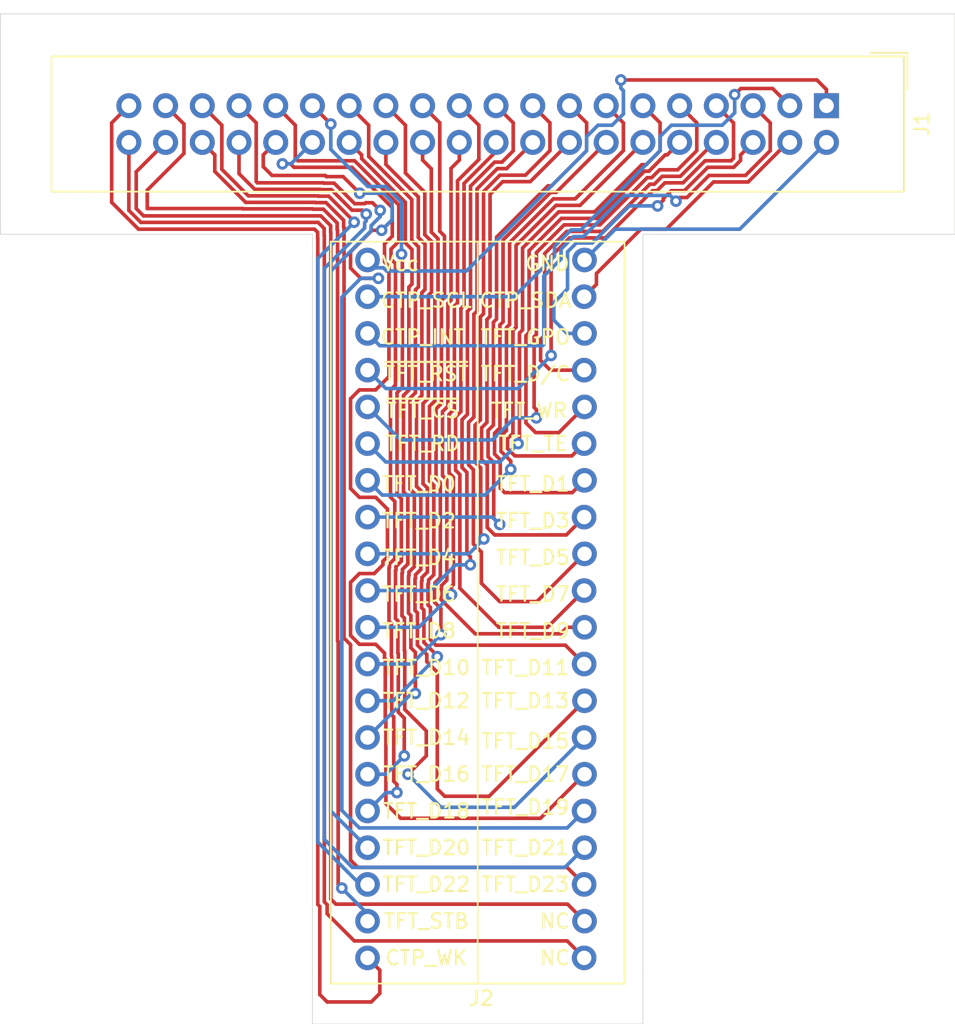
<source format=kicad_pcb>
(kicad_pcb (version 20171130) (host pcbnew "(5.1.5)-3")

  (general
    (thickness 1.6)
    (drawings 10)
    (tracks 720)
    (zones 0)
    (modules 2)
    (nets 41)
  )

  (page A4)
  (layers
    (0 F.Cu signal)
    (31 B.Cu signal)
    (32 B.Adhes user)
    (33 F.Adhes user)
    (34 B.Paste user)
    (35 F.Paste user)
    (36 B.SilkS user)
    (37 F.SilkS user)
    (38 B.Mask user)
    (39 F.Mask user)
    (40 Dwgs.User user)
    (41 Cmts.User user)
    (42 Eco1.User user)
    (43 Eco2.User user)
    (44 Edge.Cuts user)
    (45 Margin user)
    (46 B.CrtYd user)
    (47 F.CrtYd user)
    (48 B.Fab user)
    (49 F.Fab user)
  )

  (setup
    (last_trace_width 0.25)
    (trace_clearance 0.2)
    (zone_clearance 0.508)
    (zone_45_only no)
    (trace_min 0.2)
    (via_size 0.8)
    (via_drill 0.4)
    (via_min_size 0.4)
    (via_min_drill 0.3)
    (uvia_size 0.3)
    (uvia_drill 0.1)
    (uvias_allowed no)
    (uvia_min_size 0.2)
    (uvia_min_drill 0.1)
    (edge_width 0.05)
    (segment_width 0.2)
    (pcb_text_width 0.3)
    (pcb_text_size 1.5 1.5)
    (mod_edge_width 0.12)
    (mod_text_size 1 1)
    (mod_text_width 0.15)
    (pad_size 1.524 1.524)
    (pad_drill 0.762)
    (pad_to_mask_clearance 0.051)
    (solder_mask_min_width 0.25)
    (aux_axis_origin 0 0)
    (visible_elements 7FFFFFFF)
    (pcbplotparams
      (layerselection 0x010fc_ffffffff)
      (usegerberextensions false)
      (usegerberattributes false)
      (usegerberadvancedattributes false)
      (creategerberjobfile false)
      (excludeedgelayer true)
      (linewidth 0.100000)
      (plotframeref false)
      (viasonmask false)
      (mode 1)
      (useauxorigin false)
      (hpglpennumber 1)
      (hpglpenspeed 20)
      (hpglpendiameter 15.000000)
      (psnegative false)
      (psa4output false)
      (plotreference true)
      (plotvalue true)
      (plotinvisibletext false)
      (padsonsilk false)
      (subtractmaskfromsilk false)
      (outputformat 1)
      (mirror false)
      (drillshape 1)
      (scaleselection 1)
      (outputdirectory ""))
  )

  (net 0 "")
  (net 1 /CPT_WK)
  (net 2 /TFT_STB)
  (net 3 /TFT_D23)
  (net 4 /TFT_D22)
  (net 5 /TFT_D21)
  (net 6 /TFT_D20)
  (net 7 /TFT_D19)
  (net 8 /TFT_D18)
  (net 9 /TFT_D17)
  (net 10 /TFT_D16)
  (net 11 /TFT_D15)
  (net 12 /TFT_D14)
  (net 13 /TFT_D13)
  (net 14 /TFT_D12)
  (net 15 /TFT_D11)
  (net 16 /TFT_D10)
  (net 17 /TFT_D9)
  (net 18 /TFT_D8)
  (net 19 /TFT_D7)
  (net 20 /TFT_D6)
  (net 21 /TFT_D5)
  (net 22 /TFT_D4)
  (net 23 /TFT_D3)
  (net 24 /TFT_D2)
  (net 25 /TFT_D1)
  (net 26 /TFT_D0)
  (net 27 /TFT_TE)
  (net 28 /~TFT_RD)
  (net 29 /~TFT_WR)
  (net 30 /~TFT_CS)
  (net 31 /TFT_DC)
  (net 32 /~TFT_RST)
  (net 33 /TFT_GPO)
  (net 34 /CPT_INT)
  (net 35 /CPT_SDA)
  (net 36 /CPT_SCL)
  (net 37 /GND)
  (net 38 /Vcc)
  (net 39 /NC1)
  (net 40 /NC2)

  (net_class Default "This is the default net class."
    (clearance 0.2)
    (trace_width 0.25)
    (via_dia 0.8)
    (via_drill 0.4)
    (uvia_dia 0.3)
    (uvia_drill 0.1)
    (add_net /CPT_INT)
    (add_net /CPT_SCL)
    (add_net /CPT_SDA)
    (add_net /CPT_WK)
    (add_net /GND)
    (add_net /NC1)
    (add_net /NC2)
    (add_net /TFT_D0)
    (add_net /TFT_D1)
    (add_net /TFT_D10)
    (add_net /TFT_D11)
    (add_net /TFT_D12)
    (add_net /TFT_D13)
    (add_net /TFT_D14)
    (add_net /TFT_D15)
    (add_net /TFT_D16)
    (add_net /TFT_D17)
    (add_net /TFT_D18)
    (add_net /TFT_D19)
    (add_net /TFT_D2)
    (add_net /TFT_D20)
    (add_net /TFT_D21)
    (add_net /TFT_D22)
    (add_net /TFT_D23)
    (add_net /TFT_D3)
    (add_net /TFT_D4)
    (add_net /TFT_D5)
    (add_net /TFT_D6)
    (add_net /TFT_D7)
    (add_net /TFT_D8)
    (add_net /TFT_D9)
    (add_net /TFT_DC)
    (add_net /TFT_GPO)
    (add_net /TFT_STB)
    (add_net /TFT_TE)
    (add_net /Vcc)
    (add_net /~TFT_CS)
    (add_net /~TFT_RD)
    (add_net /~TFT_RST)
    (add_net /~TFT_WR)
  )

  (module breakout_board_2x20:idc_breakout (layer F.Cu) (tedit 5ECBCDA2) (tstamp 5ECC6016)
    (at 154.94 54.61)
    (path /5ECBC0A7)
    (fp_text reference J2 (at 0.254 43.942) (layer F.SilkS)
      (effects (font (size 1 1) (thickness 0.15)))
    )
    (fp_text value Conn_02x20_Odd_Even_LCD_INTF (at 0 -10.16) (layer F.Fab)
      (effects (font (size 1 1) (thickness 0.15)))
    )
    (fp_text user NC (at 5.334 41.148) (layer F.SilkS)
      (effects (font (size 1 1) (thickness 0.15)))
    )
    (fp_text user NC (at 5.334 38.608) (layer F.SilkS)
      (effects (font (size 1 1) (thickness 0.15)))
    )
    (fp_text user CTP_WK (at -3.556 41.148) (layer F.SilkS)
      (effects (font (size 1 1) (thickness 0.15)))
    )
    (fp_text user TFT_STB (at -3.556 38.608) (layer F.SilkS)
      (effects (font (size 1 1) (thickness 0.15)))
    )
    (fp_text user TFT_D23 (at 3.302 36.068) (layer F.SilkS)
      (effects (font (size 1 1) (thickness 0.15)))
    )
    (fp_text user TFT_D21 (at 3.302 33.528) (layer F.SilkS)
      (effects (font (size 1 1) (thickness 0.15)))
    )
    (fp_text user TFT_D19 (at 3.302 30.734) (layer F.SilkS)
      (effects (font (size 1 1) (thickness 0.15)))
    )
    (fp_text user TFT_D17 (at 3.302 28.448) (layer F.SilkS)
      (effects (font (size 1 1) (thickness 0.15)))
    )
    (fp_text user TFT_D15 (at 3.302 26.162) (layer F.SilkS)
      (effects (font (size 1 1) (thickness 0.15)))
    )
    (fp_text user TFT_D13 (at 3.302 23.368) (layer F.SilkS)
      (effects (font (size 1 1) (thickness 0.15)))
    )
    (fp_text user TFT_D22 (at -3.556 36.068) (layer F.SilkS)
      (effects (font (size 1 1) (thickness 0.15)))
    )
    (fp_text user TFT_D20 (at -3.556 33.528) (layer F.SilkS)
      (effects (font (size 1 1) (thickness 0.15)))
    )
    (fp_text user TFT_D18 (at -3.556 30.988) (layer F.SilkS)
      (effects (font (size 1 1) (thickness 0.15)))
    )
    (fp_text user TFT_D16 (at -3.556 28.448) (layer F.SilkS)
      (effects (font (size 1 1) (thickness 0.15)))
    )
    (fp_text user TFT_D14 (at -3.556 25.908) (layer F.SilkS)
      (effects (font (size 1 1) (thickness 0.15)))
    )
    (fp_text user TFT_D12 (at -3.556 23.368) (layer F.SilkS)
      (effects (font (size 1 1) (thickness 0.15)))
    )
    (fp_text user TFT_D11 (at 3.302 21.082) (layer F.SilkS)
      (effects (font (size 1 1) (thickness 0.15)))
    )
    (fp_text user TFT_D10 (at -3.556 21.082) (layer F.SilkS)
      (effects (font (size 1 1) (thickness 0.15)))
    )
    (fp_text user TFT_D9 (at 3.81 18.542) (layer F.SilkS)
      (effects (font (size 1 1) (thickness 0.15)))
    )
    (fp_text user TFT_D8 (at -4.064 18.542) (layer F.SilkS)
      (effects (font (size 1 1) (thickness 0.15)))
    )
    (fp_text user TFT_D7 (at 3.81 16.002) (layer F.SilkS)
      (effects (font (size 1 1) (thickness 0.15)))
    )
    (fp_text user TFT_D6 (at -4.064 16.002) (layer F.SilkS)
      (effects (font (size 1 1) (thickness 0.15)))
    )
    (fp_text user TFT_D5 (at 3.81 13.462) (layer F.SilkS)
      (effects (font (size 1 1) (thickness 0.15)))
    )
    (fp_text user TFT_D4 (at -4.064 13.462) (layer F.SilkS)
      (effects (font (size 1 1) (thickness 0.15)))
    )
    (fp_text user TFT_D3 (at 3.81 10.922) (layer F.SilkS)
      (effects (font (size 1 1) (thickness 0.15)))
    )
    (fp_text user TFT_D2 (at -4.064 10.922) (layer F.SilkS)
      (effects (font (size 1 1) (thickness 0.15)))
    )
    (fp_text user TFT_D1 (at 3.81 8.382) (layer F.SilkS)
      (effects (font (size 1 1) (thickness 0.15)))
    )
    (fp_text user TFT_D0 (at -4.064 8.382) (layer F.SilkS)
      (effects (font (size 1 1) (thickness 0.15)))
    )
    (fp_text user TFT_TE (at 3.81 5.588) (layer F.SilkS)
      (effects (font (size 1 1) (thickness 0.15)))
    )
    (fp_text user TFT_RD (at -3.81 5.588) (layer F.SilkS)
      (effects (font (size 1 1) (thickness 0.15)))
    )
    (fp_text user TFT_WR (at 3.556 3.302) (layer F.SilkS)
      (effects (font (size 1 1) (thickness 0.15)))
    )
    (fp_text user ~TFT_CS (at -3.81 3.302) (layer F.SilkS)
      (effects (font (size 1 1) (thickness 0.15)))
    )
    (fp_text user ~TFT_RST (at -3.556 0.762) (layer F.SilkS)
      (effects (font (size 1 1) (thickness 0.15)))
    )
    (fp_text user TFT_D/C (at 3.302 0.762) (layer F.SilkS)
      (effects (font (size 1 1) (thickness 0.15)))
    )
    (fp_text user TFT_GPO (at 3.302 -1.778) (layer F.SilkS)
      (effects (font (size 1 1) (thickness 0.15)))
    )
    (fp_text user CTP_INT (at -3.81 -1.778) (layer F.SilkS)
      (effects (font (size 1 1) (thickness 0.15)))
    )
    (fp_text user CTP_SDA (at 3.302 -4.318) (layer F.SilkS)
      (effects (font (size 1 1) (thickness 0.15)))
    )
    (fp_text user CTP_SCL (at -3.556 -4.318) (layer F.SilkS)
      (effects (font (size 1 1) (thickness 0.15)))
    )
    (fp_text user GND (at 4.826 -6.858) (layer F.SilkS)
      (effects (font (size 1 1) (thickness 0.15)))
    )
    (fp_text user Vcc (at -5.334 -6.858) (layer F.SilkS)
      (effects (font (size 1 1) (thickness 0.15)))
    )
    (fp_line (start 0 -8.382) (end 0 42.926) (layer F.SilkS) (width 0.12))
    (fp_line (start -10.16 42.926) (end 10.16 42.926) (layer F.SilkS) (width 0.12))
    (fp_line (start -10.16 -8.382) (end -10.16 42.926) (layer F.SilkS) (width 0.12))
    (fp_line (start 10.16 -8.382) (end 10.16 42.926) (layer F.SilkS) (width 0.12))
    (fp_line (start -10.16 -8.382) (end 10.16 -8.382) (layer F.SilkS) (width 0.12))
    (pad 1 thru_hole oval (at -7.62 -7.112) (size 1.7 1.7) (drill 1) (layers *.Cu *.Mask)
      (net 38 /Vcc))
    (pad 2 thru_hole oval (at 7.3914 -7.112) (size 1.7 1.7) (drill 1) (layers *.Cu *.Mask)
      (net 37 /GND))
    (pad 3 thru_hole oval (at -7.62 -4.572) (size 1.7 1.7) (drill 1) (layers *.Cu *.Mask)
      (net 36 /CPT_SCL))
    (pad 4 thru_hole oval (at 7.366 -4.572) (size 1.7 1.7) (drill 1) (layers *.Cu *.Mask)
      (net 35 /CPT_SDA))
    (pad 6 thru_hole oval (at 7.3914 -2.032) (size 1.7 1.7) (drill 1) (layers *.Cu *.Mask)
      (net 33 /TFT_GPO))
    (pad 8 thru_hole oval (at 7.366 0.508) (size 1.7 1.7) (drill 1) (layers *.Cu *.Mask)
      (net 31 /TFT_DC))
    (pad 5 thru_hole oval (at -7.62 -2.032) (size 1.7 1.7) (drill 1) (layers *.Cu *.Mask)
      (net 34 /CPT_INT))
    (pad 7 thru_hole oval (at -7.62 0.508) (size 1.7 1.7) (drill 1) (layers *.Cu *.Mask)
      (net 32 /~TFT_RST))
    (pad 13 thru_hole oval (at -7.62 8.128) (size 1.7 1.7) (drill 1) (layers *.Cu *.Mask)
      (net 26 /TFT_D0))
    (pad 16 thru_hole oval (at 7.366 10.668) (size 1.7 1.7) (drill 1) (layers *.Cu *.Mask)
      (net 23 /TFT_D3))
    (pad 10 thru_hole oval (at 7.3914 3.048) (size 1.7 1.7) (drill 1) (layers *.Cu *.Mask)
      (net 29 /~TFT_WR))
    (pad 12 thru_hole oval (at 7.366 5.588) (size 1.7 1.7) (drill 1) (layers *.Cu *.Mask)
      (net 27 /TFT_TE))
    (pad 9 thru_hole oval (at -7.62 3.048) (size 1.7 1.7) (drill 1) (layers *.Cu *.Mask)
      (net 30 /~TFT_CS))
    (pad 14 thru_hole oval (at 7.3914 8.128) (size 1.7 1.7) (drill 1) (layers *.Cu *.Mask)
      (net 25 /TFT_D1))
    (pad 15 thru_hole oval (at -7.62 10.668) (size 1.7 1.7) (drill 1) (layers *.Cu *.Mask)
      (net 24 /TFT_D2))
    (pad 11 thru_hole oval (at -7.62 5.588) (size 1.7 1.7) (drill 1) (layers *.Cu *.Mask)
      (net 28 /~TFT_RD))
    (pad 17 thru_hole oval (at -7.62 13.208) (size 1.7 1.7) (drill 1) (layers *.Cu *.Mask)
      (net 22 /TFT_D4))
    (pad 20 thru_hole oval (at 7.366 15.748) (size 1.7 1.7) (drill 1) (layers *.Cu *.Mask)
      (net 19 /TFT_D7))
    (pad 19 thru_hole oval (at -7.62 15.748) (size 1.7 1.7) (drill 1) (layers *.Cu *.Mask)
      (net 20 /TFT_D6))
    (pad 18 thru_hole oval (at 7.3914 13.208) (size 1.7 1.7) (drill 1) (layers *.Cu *.Mask)
      (net 21 /TFT_D5))
    (pad 29 thru_hole oval (at -7.62 28.448) (size 1.7 1.7) (drill 1) (layers *.Cu *.Mask)
      (net 10 /TFT_D16))
    (pad 24 thru_hole oval (at 7.366 20.828) (size 1.7 1.7) (drill 1) (layers *.Cu *.Mask)
      (net 15 /TFT_D11))
    (pad 28 thru_hole oval (at 7.366 25.908) (size 1.7 1.7) (drill 1) (layers *.Cu *.Mask)
      (net 11 /TFT_D15))
    (pad 21 thru_hole oval (at -7.62 18.288) (size 1.7 1.7) (drill 1) (layers *.Cu *.Mask)
      (net 18 /TFT_D8))
    (pad 25 thru_hole oval (at -7.62 23.368) (size 1.7 1.7) (drill 1) (layers *.Cu *.Mask)
      (net 14 /TFT_D12))
    (pad 27 thru_hole oval (at -7.62 25.908) (size 1.7 1.7) (drill 1) (layers *.Cu *.Mask)
      (net 12 /TFT_D14))
    (pad 22 thru_hole oval (at 7.3914 18.288) (size 1.7 1.7) (drill 1) (layers *.Cu *.Mask)
      (net 17 /TFT_D9))
    (pad 23 thru_hole oval (at -7.62 20.828) (size 1.7 1.7) (drill 1) (layers *.Cu *.Mask)
      (net 16 /TFT_D10))
    (pad 33 thru_hole oval (at -7.62 33.528) (size 1.7 1.7) (drill 1) (layers *.Cu *.Mask)
      (net 6 /TFT_D20))
    (pad 30 thru_hole oval (at 7.3914 28.448) (size 1.7 1.7) (drill 1) (layers *.Cu *.Mask)
      (net 9 /TFT_D17))
    (pad 32 thru_hole oval (at 7.366 30.988) (size 1.7 1.7) (drill 1) (layers *.Cu *.Mask)
      (net 7 /TFT_D19))
    (pad 36 thru_hole oval (at 7.366 36.068) (size 1.7 1.7) (drill 1) (layers *.Cu *.Mask)
      (net 3 /TFT_D23))
    (pad 26 thru_hole oval (at 7.3914 23.368) (size 1.7 1.7) (drill 1) (layers *.Cu *.Mask)
      (net 13 /TFT_D13))
    (pad 31 thru_hole oval (at -7.62 30.988) (size 1.7 1.7) (drill 1) (layers *.Cu *.Mask)
      (net 8 /TFT_D18))
    (pad 34 thru_hole oval (at 7.3914 33.528) (size 1.7 1.7) (drill 1) (layers *.Cu *.Mask)
      (net 5 /TFT_D21))
    (pad 35 thru_hole oval (at -7.62 36.068) (size 1.7 1.7) (drill 1) (layers *.Cu *.Mask)
      (net 4 /TFT_D22))
    (pad 40 thru_hole oval (at 7.366 41.148) (size 1.7 1.7) (drill 1) (layers *.Cu *.Mask)
      (net 39 /NC1))
    (pad 37 thru_hole oval (at -7.62 38.608) (size 1.7 1.7) (drill 1) (layers *.Cu *.Mask)
      (net 2 /TFT_STB))
    (pad 39 thru_hole oval (at -7.62 41.148) (size 1.7 1.7) (drill 1) (layers *.Cu *.Mask)
      (net 1 /CPT_WK))
    (pad 38 thru_hole oval (at 7.3914 38.608) (size 1.7 1.7) (drill 1) (layers *.Cu *.Mask)
      (net 40 /NC2))
  )

  (module Connector_IDC:IDC-Header_2x20_P2.54mm_Vertical (layer F.Cu) (tedit 59DE12BE) (tstamp 5ECC5FBD)
    (at 179.07 36.83 270)
    (descr "Through hole straight IDC box header, 2x20, 2.54mm pitch, double rows")
    (tags "Through hole IDC box header THT 2x20 2.54mm double row")
    (path /5ECC32EF)
    (fp_text reference J1 (at 1.27 -6.604 90) (layer F.SilkS)
      (effects (font (size 1 1) (thickness 0.15)))
    )
    (fp_text value Conn_02x20_Odd_Even (at 1.27 54.864 90) (layer F.Fab)
      (effects (font (size 1 1) (thickness 0.15)))
    )
    (fp_line (start -3.655 -5.6) (end -1.115 -5.6) (layer F.SilkS) (width 0.12))
    (fp_line (start -3.655 -5.6) (end -3.655 -3.06) (layer F.SilkS) (width 0.12))
    (fp_line (start -3.405 -5.35) (end 5.945 -5.35) (layer F.SilkS) (width 0.12))
    (fp_line (start -3.405 53.61) (end -3.405 -5.35) (layer F.SilkS) (width 0.12))
    (fp_line (start 5.945 53.61) (end -3.405 53.61) (layer F.SilkS) (width 0.12))
    (fp_line (start 5.945 -5.35) (end 5.945 53.61) (layer F.SilkS) (width 0.12))
    (fp_line (start -3.41 -5.35) (end 5.95 -5.35) (layer F.CrtYd) (width 0.05))
    (fp_line (start -3.41 53.61) (end -3.41 -5.35) (layer F.CrtYd) (width 0.05))
    (fp_line (start 5.95 53.61) (end -3.41 53.61) (layer F.CrtYd) (width 0.05))
    (fp_line (start 5.95 -5.35) (end 5.95 53.61) (layer F.CrtYd) (width 0.05))
    (fp_line (start -3.155 53.36) (end -2.605 52.8) (layer F.Fab) (width 0.1))
    (fp_line (start -3.155 -5.1) (end -2.605 -4.56) (layer F.Fab) (width 0.1))
    (fp_line (start 5.695 53.36) (end 5.145 52.8) (layer F.Fab) (width 0.1))
    (fp_line (start 5.695 -5.1) (end 5.145 -4.56) (layer F.Fab) (width 0.1))
    (fp_line (start 5.145 52.8) (end -2.605 52.8) (layer F.Fab) (width 0.1))
    (fp_line (start 5.695 53.36) (end -3.155 53.36) (layer F.Fab) (width 0.1))
    (fp_line (start 5.145 -4.56) (end -2.605 -4.56) (layer F.Fab) (width 0.1))
    (fp_line (start 5.695 -5.1) (end -3.155 -5.1) (layer F.Fab) (width 0.1))
    (fp_line (start -2.605 26.38) (end -3.155 26.38) (layer F.Fab) (width 0.1))
    (fp_line (start -2.605 21.88) (end -3.155 21.88) (layer F.Fab) (width 0.1))
    (fp_line (start -2.605 26.38) (end -2.605 52.8) (layer F.Fab) (width 0.1))
    (fp_line (start -2.605 -4.56) (end -2.605 21.88) (layer F.Fab) (width 0.1))
    (fp_line (start -3.155 -5.1) (end -3.155 53.36) (layer F.Fab) (width 0.1))
    (fp_line (start 5.145 -4.56) (end 5.145 52.8) (layer F.Fab) (width 0.1))
    (fp_line (start 5.695 -5.1) (end 5.695 53.36) (layer F.Fab) (width 0.1))
    (fp_text user %R (at 1.27 24.13 90) (layer F.Fab)
      (effects (font (size 1 1) (thickness 0.15)))
    )
    (pad 40 thru_hole oval (at 2.54 48.26 270) (size 1.7272 1.7272) (drill 1.016) (layers *.Cu *.Mask)
      (net 39 /NC1))
    (pad 39 thru_hole oval (at 0 48.26 270) (size 1.7272 1.7272) (drill 1.016) (layers *.Cu *.Mask)
      (net 1 /CPT_WK))
    (pad 38 thru_hole oval (at 2.54 45.72 270) (size 1.7272 1.7272) (drill 1.016) (layers *.Cu *.Mask)
      (net 40 /NC2))
    (pad 37 thru_hole oval (at 0 45.72 270) (size 1.7272 1.7272) (drill 1.016) (layers *.Cu *.Mask)
      (net 2 /TFT_STB))
    (pad 36 thru_hole oval (at 2.54 43.18 270) (size 1.7272 1.7272) (drill 1.016) (layers *.Cu *.Mask)
      (net 3 /TFT_D23))
    (pad 35 thru_hole oval (at 0 43.18 270) (size 1.7272 1.7272) (drill 1.016) (layers *.Cu *.Mask)
      (net 4 /TFT_D22))
    (pad 34 thru_hole oval (at 2.54 40.64 270) (size 1.7272 1.7272) (drill 1.016) (layers *.Cu *.Mask)
      (net 5 /TFT_D21))
    (pad 33 thru_hole oval (at 0 40.64 270) (size 1.7272 1.7272) (drill 1.016) (layers *.Cu *.Mask)
      (net 6 /TFT_D20))
    (pad 32 thru_hole oval (at 2.54 38.1 270) (size 1.7272 1.7272) (drill 1.016) (layers *.Cu *.Mask)
      (net 7 /TFT_D19))
    (pad 31 thru_hole oval (at 0 38.1 270) (size 1.7272 1.7272) (drill 1.016) (layers *.Cu *.Mask)
      (net 8 /TFT_D18))
    (pad 30 thru_hole oval (at 2.54 35.56 270) (size 1.7272 1.7272) (drill 1.016) (layers *.Cu *.Mask)
      (net 9 /TFT_D17))
    (pad 29 thru_hole oval (at 0 35.56 270) (size 1.7272 1.7272) (drill 1.016) (layers *.Cu *.Mask)
      (net 10 /TFT_D16))
    (pad 28 thru_hole oval (at 2.54 33.02 270) (size 1.7272 1.7272) (drill 1.016) (layers *.Cu *.Mask)
      (net 11 /TFT_D15))
    (pad 27 thru_hole oval (at 0 33.02 270) (size 1.7272 1.7272) (drill 1.016) (layers *.Cu *.Mask)
      (net 12 /TFT_D14))
    (pad 26 thru_hole oval (at 2.54 30.48 270) (size 1.7272 1.7272) (drill 1.016) (layers *.Cu *.Mask)
      (net 13 /TFT_D13))
    (pad 25 thru_hole oval (at 0 30.48 270) (size 1.7272 1.7272) (drill 1.016) (layers *.Cu *.Mask)
      (net 14 /TFT_D12))
    (pad 24 thru_hole oval (at 2.54 27.94 270) (size 1.7272 1.7272) (drill 1.016) (layers *.Cu *.Mask)
      (net 15 /TFT_D11))
    (pad 23 thru_hole oval (at 0 27.94 270) (size 1.7272 1.7272) (drill 1.016) (layers *.Cu *.Mask)
      (net 16 /TFT_D10))
    (pad 22 thru_hole oval (at 2.54 25.4 270) (size 1.7272 1.7272) (drill 1.016) (layers *.Cu *.Mask)
      (net 17 /TFT_D9))
    (pad 21 thru_hole oval (at 0 25.4 270) (size 1.7272 1.7272) (drill 1.016) (layers *.Cu *.Mask)
      (net 18 /TFT_D8))
    (pad 20 thru_hole oval (at 2.54 22.86 270) (size 1.7272 1.7272) (drill 1.016) (layers *.Cu *.Mask)
      (net 19 /TFT_D7))
    (pad 19 thru_hole oval (at 0 22.86 270) (size 1.7272 1.7272) (drill 1.016) (layers *.Cu *.Mask)
      (net 20 /TFT_D6))
    (pad 18 thru_hole oval (at 2.54 20.32 270) (size 1.7272 1.7272) (drill 1.016) (layers *.Cu *.Mask)
      (net 21 /TFT_D5))
    (pad 17 thru_hole oval (at 0 20.32 270) (size 1.7272 1.7272) (drill 1.016) (layers *.Cu *.Mask)
      (net 22 /TFT_D4))
    (pad 16 thru_hole oval (at 2.54 17.78 270) (size 1.7272 1.7272) (drill 1.016) (layers *.Cu *.Mask)
      (net 23 /TFT_D3))
    (pad 15 thru_hole oval (at 0 17.78 270) (size 1.7272 1.7272) (drill 1.016) (layers *.Cu *.Mask)
      (net 24 /TFT_D2))
    (pad 14 thru_hole oval (at 2.54 15.24 270) (size 1.7272 1.7272) (drill 1.016) (layers *.Cu *.Mask)
      (net 25 /TFT_D1))
    (pad 13 thru_hole oval (at 0 15.24 270) (size 1.7272 1.7272) (drill 1.016) (layers *.Cu *.Mask)
      (net 26 /TFT_D0))
    (pad 12 thru_hole oval (at 2.54 12.7 270) (size 1.7272 1.7272) (drill 1.016) (layers *.Cu *.Mask)
      (net 27 /TFT_TE))
    (pad 11 thru_hole oval (at 0 12.7 270) (size 1.7272 1.7272) (drill 1.016) (layers *.Cu *.Mask)
      (net 28 /~TFT_RD))
    (pad 10 thru_hole oval (at 2.54 10.16 270) (size 1.7272 1.7272) (drill 1.016) (layers *.Cu *.Mask)
      (net 29 /~TFT_WR))
    (pad 9 thru_hole oval (at 0 10.16 270) (size 1.7272 1.7272) (drill 1.016) (layers *.Cu *.Mask)
      (net 30 /~TFT_CS))
    (pad 8 thru_hole oval (at 2.54 7.62 270) (size 1.7272 1.7272) (drill 1.016) (layers *.Cu *.Mask)
      (net 31 /TFT_DC))
    (pad 7 thru_hole oval (at 0 7.62 270) (size 1.7272 1.7272) (drill 1.016) (layers *.Cu *.Mask)
      (net 32 /~TFT_RST))
    (pad 6 thru_hole oval (at 2.54 5.08 270) (size 1.7272 1.7272) (drill 1.016) (layers *.Cu *.Mask)
      (net 33 /TFT_GPO))
    (pad 5 thru_hole oval (at 0 5.08 270) (size 1.7272 1.7272) (drill 1.016) (layers *.Cu *.Mask)
      (net 34 /CPT_INT))
    (pad 4 thru_hole oval (at 2.54 2.54 270) (size 1.7272 1.7272) (drill 1.016) (layers *.Cu *.Mask)
      (net 35 /CPT_SDA))
    (pad 3 thru_hole oval (at 0 2.54 270) (size 1.7272 1.7272) (drill 1.016) (layers *.Cu *.Mask)
      (net 36 /CPT_SCL))
    (pad 2 thru_hole oval (at 2.54 0 270) (size 1.7272 1.7272) (drill 1.016) (layers *.Cu *.Mask)
      (net 37 /GND))
    (pad 1 thru_hole rect (at 0 0 270) (size 1.7272 1.7272) (drill 1.016) (layers *.Cu *.Mask)
      (net 38 /Vcc))
    (model ${KISYS3DMOD}/Connector_IDC.3dshapes/IDC-Header_2x20_P2.54mm_Vertical.wrl
      (at (xyz 0 0 0))
      (scale (xyz 1 1 1))
      (rotate (xyz 0 0 0))
    )
  )

  (gr_line (start 143.51 100.33) (end 143.51 96.52) (layer Edge.Cuts) (width 0.05) (tstamp 5ECC62C3))
  (gr_line (start 166.37 100.33) (end 143.51 100.33) (layer Edge.Cuts) (width 0.05))
  (gr_line (start 166.37 96.52) (end 166.37 100.33) (layer Edge.Cuts) (width 0.05))
  (gr_line (start 187.96 30.48) (end 121.92 30.48) (layer Edge.Cuts) (width 0.05) (tstamp 5ECC5C4C))
  (gr_line (start 187.96 45.72) (end 187.96 30.48) (layer Edge.Cuts) (width 0.05))
  (gr_line (start 166.37 45.72) (end 187.96 45.72) (layer Edge.Cuts) (width 0.05))
  (gr_line (start 166.37 96.52) (end 166.37 45.72) (layer Edge.Cuts) (width 0.05))
  (gr_line (start 143.51 45.72) (end 143.51 96.52) (layer Edge.Cuts) (width 0.05))
  (gr_line (start 121.92 45.72) (end 143.51 45.72) (layer Edge.Cuts) (width 0.05))
  (gr_line (start 121.92 30.48) (end 121.92 45.72) (layer Edge.Cuts) (width 0.05))

  (segment (start 143.654978 45.36999) (end 143.869999 45.585011) (width 0.25) (layer F.Cu) (net 1))
  (segment (start 148.169999 98.210001) (end 148.169999 96.607999) (width 0.25) (layer F.Cu) (net 1))
  (segment (start 131.473168 45.36999) (end 143.654978 45.36999) (width 0.25) (layer F.Cu) (net 1))
  (segment (start 129.621399 43.518221) (end 131.473168 45.36999) (width 0.25) (layer F.Cu) (net 1))
  (segment (start 144.526 98.806) (end 147.574 98.806) (width 0.25) (layer F.Cu) (net 1))
  (segment (start 144.018 92.204822) (end 144.018 98.298) (width 0.25) (layer F.Cu) (net 1))
  (segment (start 143.869999 45.585011) (end 143.869999 45.979831) (width 0.25) (layer F.Cu) (net 1))
  (segment (start 143.869999 45.979831) (end 143.879978 45.98981) (width 0.25) (layer F.Cu) (net 1))
  (segment (start 143.879978 45.98981) (end 143.879978 92.0668) (width 0.25) (layer F.Cu) (net 1))
  (segment (start 147.574 98.806) (end 148.169999 98.210001) (width 0.25) (layer F.Cu) (net 1))
  (segment (start 144.018 98.298) (end 144.526 98.806) (width 0.25) (layer F.Cu) (net 1))
  (segment (start 130.81 36.83) (end 129.621399 38.018601) (width 0.25) (layer F.Cu) (net 1))
  (segment (start 143.879978 92.0668) (end 144.018 92.204822) (width 0.25) (layer F.Cu) (net 1))
  (segment (start 129.621399 38.018601) (end 129.621399 43.518221) (width 0.25) (layer F.Cu) (net 1))
  (segment (start 148.169999 96.607999) (end 147.32 95.758) (width 0.25) (layer F.Cu) (net 1))
  (via (at 145.542 90.932) (size 0.8) (drill 0.4) (layers F.Cu B.Cu) (net 2))
  (segment (start 147.32 92.71) (end 147.32 93.218) (width 0.25) (layer B.Cu) (net 2))
  (segment (start 145.542 90.932) (end 147.32 92.71) (width 0.25) (layer B.Cu) (net 2))
  (segment (start 138.678357 43.942) (end 138.700401 43.964044) (width 0.25) (layer F.Cu) (net 2))
  (segment (start 143.520757 43.964044) (end 143.542799 43.986086) (width 0.25) (layer F.Cu) (net 2))
  (segment (start 138.700401 43.964044) (end 143.520757 43.964044) (width 0.25) (layer F.Cu) (net 2))
  (segment (start 145.220032 45.420631) (end 145.244977 45.445576) (width 0.25) (layer F.Cu) (net 2))
  (segment (start 145.288 73.877824) (end 145.288 90.678) (width 0.25) (layer F.Cu) (net 2))
  (segment (start 145.288 90.678) (end 145.542 90.932) (width 0.25) (layer F.Cu) (net 2))
  (segment (start 145.220032 44.94313) (end 145.220032 45.420631) (width 0.25) (layer F.Cu) (net 2))
  (segment (start 143.542799 43.986086) (end 144.262988 43.986086) (width 0.25) (layer F.Cu) (net 2))
  (segment (start 145.244977 73.834801) (end 145.288 73.877824) (width 0.25) (layer F.Cu) (net 2))
  (segment (start 132.08 43.942) (end 138.678357 43.942) (width 0.25) (layer F.Cu) (net 2))
  (segment (start 145.244977 45.445576) (end 145.244977 73.834801) (width 0.25) (layer F.Cu) (net 2))
  (segment (start 132.08 42.672) (end 132.08 43.942) (width 0.25) (layer F.Cu) (net 2))
  (segment (start 134.62 40.132) (end 132.08 42.672) (width 0.25) (layer F.Cu) (net 2))
  (segment (start 144.262988 43.986086) (end 145.220032 44.94313) (width 0.25) (layer F.Cu) (net 2))
  (segment (start 134.62 38.1) (end 134.62 40.132) (width 0.25) (layer F.Cu) (net 2))
  (segment (start 133.35 36.83) (end 134.62 38.1) (width 0.25) (layer F.Cu) (net 2))
  (segment (start 136.753599 40.233599) (end 136.753599 41.380831) (width 0.25) (layer F.Cu) (net 3))
  (segment (start 136.753599 41.380831) (end 138.886801 43.514033) (width 0.25) (layer F.Cu) (net 3))
  (segment (start 143.707157 43.514033) (end 143.729199 43.536075) (width 0.25) (layer F.Cu) (net 3))
  (segment (start 143.729199 43.536075) (end 144.449388 43.536075) (width 0.25) (layer F.Cu) (net 3))
  (segment (start 144.449388 43.536075) (end 145.670043 44.75673) (width 0.25) (layer F.Cu) (net 3))
  (segment (start 145.670043 45.229235) (end 145.694988 45.25418) (width 0.25) (layer F.Cu) (net 3))
  (segment (start 145.670043 44.75673) (end 145.670043 45.229235) (width 0.25) (layer F.Cu) (net 3))
  (segment (start 161.456001 89.828001) (end 162.306 90.678) (width 0.25) (layer F.Cu) (net 3))
  (segment (start 145.694988 73.6484) (end 146.144999 74.098411) (width 0.25) (layer F.Cu) (net 3))
  (segment (start 146.652999 89.502999) (end 161.130999 89.502999) (width 0.25) (layer F.Cu) (net 3))
  (segment (start 146.144999 88.994999) (end 146.652999 89.502999) (width 0.25) (layer F.Cu) (net 3))
  (segment (start 138.886801 43.514033) (end 143.707157 43.514033) (width 0.25) (layer F.Cu) (net 3))
  (segment (start 135.89 39.37) (end 136.753599 40.233599) (width 0.25) (layer F.Cu) (net 3))
  (segment (start 161.130999 89.502999) (end 161.456001 89.828001) (width 0.25) (layer F.Cu) (net 3))
  (segment (start 146.144999 74.098411) (end 146.144999 88.994999) (width 0.25) (layer F.Cu) (net 3))
  (segment (start 145.694988 45.25418) (end 145.694988 73.6484) (width 0.25) (layer F.Cu) (net 3))
  (segment (start 139.073201 43.064022) (end 143.893557 43.064022) (width 0.25) (layer F.Cu) (net 4))
  (segment (start 137.241399 41.23222) (end 139.073201 43.064022) (width 0.25) (layer F.Cu) (net 4))
  (segment (start 137.241399 38.181399) (end 137.241399 41.23222) (width 0.25) (layer F.Cu) (net 4))
  (segment (start 135.89 36.83) (end 137.241399 38.181399) (width 0.25) (layer F.Cu) (net 4))
  (segment (start 145.995046 45.286228) (end 146.395045 44.886229) (width 0.25) (layer B.Cu) (net 4))
  (segment (start 146.395045 44.845321) (end 146.395045 44.886229) (width 0.25) (layer F.Cu) (net 4))
  (segment (start 143.915599 43.086064) (end 144.635788 43.086064) (width 0.25) (layer F.Cu) (net 4))
  (segment (start 147.32 90.678) (end 146.809178 90.678) (width 0.25) (layer B.Cu) (net 4))
  (segment (start 143.893557 43.064022) (end 143.915599 43.086064) (width 0.25) (layer F.Cu) (net 4))
  (segment (start 143.879978 47.401296) (end 145.995046 45.286228) (width 0.25) (layer B.Cu) (net 4))
  (via (at 146.395045 44.886229) (size 0.8) (drill 0.4) (layers F.Cu B.Cu) (net 4))
  (segment (start 143.879978 87.7488) (end 143.879978 47.401296) (width 0.25) (layer B.Cu) (net 4))
  (segment (start 146.809178 90.678) (end 143.879978 87.7488) (width 0.25) (layer B.Cu) (net 4))
  (segment (start 144.635788 43.086064) (end 146.395045 44.845321) (width 0.25) (layer F.Cu) (net 4))
  (via (at 147.228245 44.325694) (size 0.8) (drill 0.4) (layers F.Cu B.Cu) (net 5))
  (segment (start 144.101999 42.636053) (end 144.822188 42.636053) (width 0.25) (layer F.Cu) (net 5))
  (segment (start 146.959503 44.056952) (end 147.228245 44.325694) (width 0.25) (layer F.Cu) (net 5))
  (segment (start 146.243087 44.056952) (end 146.959503 44.056952) (width 0.25) (layer F.Cu) (net 5))
  (segment (start 139.5136 42.614011) (end 144.079957 42.614011) (width 0.25) (layer F.Cu) (net 5))
  (segment (start 138.43 41.530411) (end 139.5136 42.614011) (width 0.25) (layer F.Cu) (net 5))
  (segment (start 144.822188 42.636053) (end 146.243087 44.056952) (width 0.25) (layer F.Cu) (net 5))
  (segment (start 144.079957 42.614011) (end 144.101999 42.636053) (width 0.25) (layer F.Cu) (net 5))
  (segment (start 138.43 39.37) (end 138.43 41.530411) (width 0.25) (layer F.Cu) (net 5))
  (segment (start 147.11956 44.913037) (end 147.228245 44.804352) (width 0.25) (layer B.Cu) (net 5))
  (segment (start 162.3314 88.138) (end 160.966401 89.502999) (width 0.25) (layer B.Cu) (net 5))
  (segment (start 147.228245 44.804352) (end 147.228245 44.325694) (width 0.25) (layer B.Cu) (net 5))
  (segment (start 144.329989 48.082977) (end 147.11956 45.293406) (width 0.25) (layer B.Cu) (net 5))
  (segment (start 146.270588 89.502999) (end 144.329989 87.5624) (width 0.25) (layer B.Cu) (net 5))
  (segment (start 147.11956 45.293406) (end 147.11956 44.913037) (width 0.25) (layer B.Cu) (net 5))
  (segment (start 160.966401 89.502999) (end 146.270588 89.502999) (width 0.25) (layer B.Cu) (net 5))
  (segment (start 144.329989 87.5624) (end 144.329989 48.082977) (width 0.25) (layer B.Cu) (net 5))
  (segment (start 147.189461 43.542971) (end 147.668009 43.542971) (width 0.25) (layer F.Cu) (net 6))
  (segment (start 146.429487 43.606941) (end 147.125491 43.606941) (width 0.25) (layer F.Cu) (net 6))
  (segment (start 139.618601 38.018601) (end 139.618601 42.082601) (width 0.25) (layer F.Cu) (net 6))
  (segment (start 145.008588 42.186042) (end 146.429487 43.606941) (width 0.25) (layer F.Cu) (net 6))
  (segment (start 147.668009 43.542971) (end 147.795009 43.669971) (width 0.25) (layer F.Cu) (net 6))
  (via (at 148.195008 44.06997) (size 0.8) (drill 0.4) (layers F.Cu B.Cu) (net 6))
  (segment (start 144.288399 42.186042) (end 145.008588 42.186042) (width 0.25) (layer F.Cu) (net 6))
  (segment (start 147.125491 43.606941) (end 147.189461 43.542971) (width 0.25) (layer F.Cu) (net 6))
  (segment (start 147.795009 43.669971) (end 148.195008 44.06997) (width 0.25) (layer F.Cu) (net 6))
  (segment (start 138.43 36.83) (end 139.618601 38.018601) (width 0.25) (layer F.Cu) (net 6))
  (segment (start 144.266357 42.164) (end 144.288399 42.186042) (width 0.25) (layer F.Cu) (net 6))
  (segment (start 139.7 42.164) (end 144.266357 42.164) (width 0.25) (layer F.Cu) (net 6))
  (segment (start 139.618601 42.082601) (end 139.7 42.164) (width 0.25) (layer F.Cu) (net 6))
  (segment (start 148.195008 44.50214) (end 148.195008 44.06997) (width 0.25) (layer B.Cu) (net 6))
  (segment (start 144.78 85.598) (end 144.78 48.269377) (width 0.25) (layer B.Cu) (net 6))
  (segment (start 147.32 88.138) (end 144.78 85.598) (width 0.25) (layer B.Cu) (net 6))
  (segment (start 147.569571 45.127577) (end 148.195008 44.50214) (width 0.25) (layer B.Cu) (net 6))
  (segment (start 144.78 48.269377) (end 147.569571 45.479806) (width 0.25) (layer B.Cu) (net 6))
  (segment (start 147.569571 45.479806) (end 147.569571 45.127577) (width 0.25) (layer B.Cu) (net 6))
  (via (at 146.777489 42.881939) (size 0.8) (drill 0.4) (layers F.Cu B.Cu) (net 7))
  (segment (start 140.97 39.37) (end 140.106401 40.233599) (width 0.25) (layer F.Cu) (net 7))
  (segment (start 140.106401 40.233599) (end 140.106401 41.046401) (width 0.25) (layer F.Cu) (net 7))
  (segment (start 146.37749 42.48194) (end 146.777489 42.881939) (width 0.25) (layer F.Cu) (net 7))
  (segment (start 145.631581 41.736031) (end 146.37749 42.48194) (width 0.25) (layer F.Cu) (net 7))
  (segment (start 144.474799 41.736031) (end 145.631581 41.736031) (width 0.25) (layer F.Cu) (net 7))
  (segment (start 144.394768 41.656) (end 144.474799 41.736031) (width 0.25) (layer F.Cu) (net 7))
  (segment (start 140.716 41.656) (end 144.394768 41.656) (width 0.25) (layer F.Cu) (net 7))
  (segment (start 140.106401 41.046401) (end 140.716 41.656) (width 0.25) (layer F.Cu) (net 7))
  (segment (start 146.777489 42.881939) (end 148.417529 42.881939) (width 0.25) (layer B.Cu) (net 7))
  (segment (start 148.417529 42.881939) (end 149.020944 43.485354) (width 0.25) (layer B.Cu) (net 7))
  (segment (start 149.020944 44.721068) (end 148.694572 45.04744) (width 0.25) (layer B.Cu) (net 7))
  (via (at 148.294573 45.447439) (size 0.8) (drill 0.4) (layers F.Cu B.Cu) (net 7))
  (segment (start 149.020944 43.485354) (end 149.020944 44.721068) (width 0.25) (layer B.Cu) (net 7))
  (segment (start 148.694572 45.04744) (end 148.294573 45.447439) (width 0.25) (layer B.Cu) (net 7))
  (via (at 148.071423 48.766742) (size 0.8) (drill 0.4) (layers F.Cu B.Cu) (net 7))
  (segment (start 162.306 85.598) (end 161.130999 86.773001) (width 0.25) (layer B.Cu) (net 7))
  (segment (start 161.130999 86.773001) (end 146.755999 86.773001) (width 0.25) (layer B.Cu) (net 7))
  (segment (start 148.294573 45.447439) (end 147.631559 45.447439) (width 0.25) (layer F.Cu) (net 7))
  (segment (start 146.144999 48.062001) (end 146.84974 48.766742) (width 0.25) (layer F.Cu) (net 7))
  (segment (start 147.631559 45.447439) (end 146.144999 46.933999) (width 0.25) (layer F.Cu) (net 7))
  (segment (start 147.505738 48.766742) (end 148.071423 48.766742) (width 0.25) (layer F.Cu) (net 7))
  (segment (start 146.755999 86.773001) (end 145.542 85.559002) (width 0.25) (layer B.Cu) (net 7))
  (segment (start 146.144999 46.933999) (end 146.144999 48.062001) (width 0.25) (layer F.Cu) (net 7))
  (segment (start 147.505738 48.766742) (end 148.071423 48.766742) (width 0.25) (layer B.Cu) (net 7))
  (segment (start 145.542 50.076998) (end 146.852256 48.766742) (width 0.25) (layer B.Cu) (net 7))
  (segment (start 146.84974 48.766742) (end 147.505738 48.766742) (width 0.25) (layer F.Cu) (net 7))
  (segment (start 146.852256 48.766742) (end 147.505738 48.766742) (width 0.25) (layer B.Cu) (net 7))
  (segment (start 145.542 85.559002) (end 145.542 50.076998) (width 0.25) (layer B.Cu) (net 7))
  (via (at 149.352 84.328) (size 0.8) (drill 0.4) (layers F.Cu B.Cu) (net 8))
  (segment (start 148.59 84.328) (end 147.32 85.598) (width 0.25) (layer B.Cu) (net 8))
  (segment (start 149.352 84.328) (end 148.59 84.328) (width 0.25) (layer B.Cu) (net 8))
  (segment (start 148.945792 47.444692) (end 149.250697 47.749597) (width 0.25) (layer F.Cu) (net 8))
  (segment (start 140.97 36.83) (end 142.321399 38.181399) (width 0.25) (layer F.Cu) (net 8))
  (segment (start 142.321399 38.181399) (end 142.321399 40.467399) (width 0.25) (layer F.Cu) (net 8))
  (segment (start 142.321399 40.467399) (end 142.494 40.64) (width 0.25) (layer F.Cu) (net 8))
  (segment (start 142.494 40.64) (end 146.426768 40.64) (width 0.25) (layer F.Cu) (net 8))
  (segment (start 146.426768 40.64) (end 149.481879 43.695111) (width 0.25) (layer F.Cu) (net 8))
  (segment (start 149.481879 43.695111) (end 149.481879 46.212601) (width 0.25) (layer F.Cu) (net 8))
  (segment (start 149.481879 46.212601) (end 148.945792 46.748688) (width 0.25) (layer F.Cu) (net 8))
  (segment (start 148.945792 46.748688) (end 148.945792 47.444692) (width 0.25) (layer F.Cu) (net 8))
  (segment (start 149.250697 47.749597) (end 149.250697 56.152902) (width 0.25) (layer F.Cu) (net 8))
  (segment (start 149.250697 56.152902) (end 148.9088 56.494798) (width 0.25) (layer F.Cu) (net 8))
  (segment (start 148.9088 56.494798) (end 148.9088 63.901202) (width 0.25) (layer F.Cu) (net 8))
  (segment (start 148.9088 63.901202) (end 149.206888 64.199289) (width 0.25) (layer F.Cu) (net 8))
  (segment (start 148.80458 68.797357) (end 148.80458 72.475761) (width 0.25) (layer F.Cu) (net 8))
  (segment (start 149.206888 68.148821) (end 148.83691 68.518798) (width 0.25) (layer F.Cu) (net 8))
  (segment (start 149.352 83.762315) (end 149.352 84.328) (width 0.25) (layer F.Cu) (net 8))
  (segment (start 149.134998 83.545313) (end 149.352 83.762315) (width 0.25) (layer F.Cu) (net 8))
  (segment (start 149.134998 79.090824) (end 149.134998 83.545313) (width 0.25) (layer F.Cu) (net 8))
  (segment (start 148.996976 78.952802) (end 149.134998 79.090824) (width 0.25) (layer F.Cu) (net 8))
  (segment (start 148.996976 74.903764) (end 148.996976 78.952802) (width 0.25) (layer F.Cu) (net 8))
  (segment (start 148.970427 74.877215) (end 148.996976 74.903764) (width 0.25) (layer F.Cu) (net 8))
  (segment (start 149.206888 64.199289) (end 149.206888 68.148821) (width 0.25) (layer F.Cu) (net 8))
  (segment (start 148.970427 72.641608) (end 148.970427 74.877215) (width 0.25) (layer F.Cu) (net 8))
  (segment (start 148.80458 72.475761) (end 148.970427 72.641608) (width 0.25) (layer F.Cu) (net 8))
  (segment (start 148.83691 68.765027) (end 148.80458 68.797357) (width 0.25) (layer F.Cu) (net 8))
  (segment (start 148.83691 68.518798) (end 148.83691 68.765027) (width 0.25) (layer F.Cu) (net 8))
  (segment (start 142.028162 40.851838) (end 141.430451 40.851838) (width 0.25) (layer B.Cu) (net 9))
  (via (at 141.430451 40.851838) (size 0.8) (drill 0.4) (layers F.Cu B.Cu) (net 9))
  (segment (start 143.51 39.37) (end 142.028162 40.851838) (width 0.25) (layer B.Cu) (net 9))
  (segment (start 143.51 39.37) (end 144.018 39.37) (width 0.25) (layer F.Cu) (net 9))
  (segment (start 146.755999 69.182999) (end 147.782527 69.182999) (width 0.25) (layer F.Cu) (net 9))
  (segment (start 148.386899 68.578627) (end 148.386899 68.332398) (width 0.25) (layer F.Cu) (net 9))
  (segment (start 148.386899 68.332398) (end 148.697837 68.02146) (width 0.25) (layer F.Cu) (net 9))
  (segment (start 148.697837 68.02146) (end 148.697837 64.726837) (width 0.25) (layer F.Cu) (net 9))
  (segment (start 148.697837 64.726837) (end 147.884001 63.913001) (width 0.25) (layer F.Cu) (net 9))
  (segment (start 147.884001 63.913001) (end 146.755999 63.913001) (width 0.25) (layer F.Cu) (net 9))
  (segment (start 149.031868 45.855544) (end 149.031868 43.881511) (width 0.25) (layer F.Cu) (net 9))
  (segment (start 146.755999 63.913001) (end 146.144999 63.302001) (width 0.25) (layer F.Cu) (net 9))
  (segment (start 146.144999 57.093999) (end 146.755999 56.482999) (width 0.25) (layer F.Cu) (net 9))
  (segment (start 141.996136 40.851838) (end 141.430451 40.851838) (width 0.25) (layer F.Cu) (net 9))
  (segment (start 146.240368 41.090011) (end 142.234309 41.090011) (width 0.25) (layer F.Cu) (net 9))
  (segment (start 146.144999 63.302001) (end 146.144999 57.093999) (width 0.25) (layer F.Cu) (net 9))
  (segment (start 148.495781 46.391631) (end 149.031868 45.855544) (width 0.25) (layer F.Cu) (net 9))
  (segment (start 146.144999 73.462001) (end 146.144999 69.793999) (width 0.25) (layer F.Cu) (net 9))
  (segment (start 149.031868 43.881511) (end 146.240368 41.090011) (width 0.25) (layer F.Cu) (net 9))
  (segment (start 147.782527 69.182999) (end 148.386899 68.578627) (width 0.25) (layer F.Cu) (net 9))
  (segment (start 148.495781 47.631092) (end 148.495781 46.391631) (width 0.25) (layer F.Cu) (net 9))
  (segment (start 148.495001 75.0382) (end 148.495001 74.684001) (width 0.25) (layer F.Cu) (net 9))
  (segment (start 148.800686 47.935996) (end 148.495781 47.631092) (width 0.25) (layer F.Cu) (net 9))
  (segment (start 146.144999 69.793999) (end 146.755999 69.182999) (width 0.25) (layer F.Cu) (net 9))
  (segment (start 148.800686 55.566314) (end 148.800686 47.935996) (width 0.25) (layer F.Cu) (net 9))
  (segment (start 147.884001 74.073001) (end 146.755999 74.073001) (width 0.25) (layer F.Cu) (net 9))
  (segment (start 147.884001 56.482999) (end 148.800686 55.566314) (width 0.25) (layer F.Cu) (net 9))
  (segment (start 146.755999 56.482999) (end 147.884001 56.482999) (width 0.25) (layer F.Cu) (net 9))
  (segment (start 146.755999 74.073001) (end 146.144999 73.462001) (width 0.25) (layer F.Cu) (net 9))
  (segment (start 148.495001 74.684001) (end 147.884001 74.073001) (width 0.25) (layer F.Cu) (net 9))
  (segment (start 148.546965 75.090164) (end 148.495001 75.0382) (width 0.25) (layer F.Cu) (net 9))
  (segment (start 148.546965 79.139202) (end 148.546965 75.090164) (width 0.25) (layer F.Cu) (net 9))
  (segment (start 142.234309 41.090011) (end 141.996136 40.851838) (width 0.25) (layer F.Cu) (net 9))
  (segment (start 162.3314 83.058) (end 159.2834 86.106) (width 0.25) (layer F.Cu) (net 9))
  (segment (start 148.59 79.182237) (end 148.546965 79.139202) (width 0.25) (layer F.Cu) (net 9))
  (segment (start 148.59 85.09) (end 148.59 79.182237) (width 0.25) (layer F.Cu) (net 9))
  (segment (start 149.606 86.106) (end 148.59 85.09) (width 0.25) (layer F.Cu) (net 9))
  (segment (start 159.2834 86.106) (end 149.606 86.106) (width 0.25) (layer F.Cu) (net 9))
  (via (at 144.78 38.1) (size 0.8) (drill 0.4) (layers F.Cu B.Cu) (net 10))
  (segment (start 143.51 36.83) (end 144.78 38.1) (width 0.25) (layer F.Cu) (net 10))
  (via (at 149.86 81.788) (size 0.8) (drill 0.4) (layers F.Cu B.Cu) (net 10))
  (segment (start 148.59 83.058) (end 147.32 83.058) (width 0.25) (layer B.Cu) (net 10))
  (segment (start 149.86 81.788) (end 148.59 83.058) (width 0.25) (layer B.Cu) (net 10))
  (via (at 149.670794 47.09669) (size 0.8) (drill 0.4) (layers F.Cu B.Cu) (net 10))
  (segment (start 144.78 38.1) (end 144.78 39.85913) (width 0.25) (layer B.Cu) (net 10))
  (segment (start 144.78 39.85913) (end 147.33887 42.418) (width 0.25) (layer B.Cu) (net 10))
  (segment (start 147.33887 42.418) (end 148.59 42.418) (width 0.25) (layer B.Cu) (net 10))
  (segment (start 149.670794 43.498794) (end 149.670794 46.531005) (width 0.25) (layer B.Cu) (net 10))
  (segment (start 149.670794 46.531005) (end 149.670794 47.09669) (width 0.25) (layer B.Cu) (net 10))
  (segment (start 148.59 42.418) (end 149.670794 43.498794) (width 0.25) (layer B.Cu) (net 10))
  (segment (start 149.86 79.179415) (end 149.446987 78.766402) (width 0.25) (layer F.Cu) (net 10))
  (segment (start 149.358811 56.681198) (end 149.728789 56.311221) (width 0.25) (layer F.Cu) (net 10))
  (segment (start 149.86 81.788) (end 149.86 79.179415) (width 0.25) (layer F.Cu) (net 10))
  (segment (start 149.446987 78.766402) (end 149.446987 74.717364) (width 0.25) (layer F.Cu) (net 10))
  (segment (start 149.446987 74.717364) (end 149.420438 74.690815) (width 0.25) (layer F.Cu) (net 10))
  (segment (start 149.420438 74.690815) (end 149.420438 72.455208) (width 0.25) (layer F.Cu) (net 10))
  (segment (start 149.656899 64.01289) (end 149.358811 63.714802) (width 0.25) (layer F.Cu) (net 10))
  (segment (start 149.728789 47.154685) (end 149.670794 47.09669) (width 0.25) (layer F.Cu) (net 10))
  (segment (start 149.286921 68.705198) (end 149.656899 68.335221) (width 0.25) (layer F.Cu) (net 10))
  (segment (start 149.656899 68.335221) (end 149.656899 64.01289) (width 0.25) (layer F.Cu) (net 10))
  (segment (start 149.358811 63.714802) (end 149.358811 56.681198) (width 0.25) (layer F.Cu) (net 10))
  (segment (start 149.728789 56.311221) (end 149.728789 47.154685) (width 0.25) (layer F.Cu) (net 10))
  (segment (start 149.420438 72.455208) (end 149.254591 72.289361) (width 0.25) (layer F.Cu) (net 10))
  (segment (start 149.286921 68.951427) (end 149.286921 68.705198) (width 0.25) (layer F.Cu) (net 10))
  (segment (start 149.254591 68.983757) (end 149.286921 68.951427) (width 0.25) (layer F.Cu) (net 10))
  (segment (start 149.254591 72.289361) (end 149.254591 68.983757) (width 0.25) (layer F.Cu) (net 10))
  (via (at 150.114 83.058) (size 0.8) (drill 0.4) (layers F.Cu B.Cu) (net 11))
  (segment (start 150.114 83.058) (end 152.4 85.344) (width 0.25) (layer B.Cu) (net 11))
  (segment (start 157.48 85.344) (end 162.306 80.518) (width 0.25) (layer B.Cu) (net 11))
  (segment (start 152.4 85.344) (end 157.48 85.344) (width 0.25) (layer B.Cu) (net 11))
  (segment (start 146.913599 40.49042) (end 149.931889 43.50871) (width 0.25) (layer F.Cu) (net 11))
  (segment (start 150.395804 49.162972) (end 150.1788 49.379976) (width 0.25) (layer F.Cu) (net 11))
  (segment (start 150.1788 49.379976) (end 150.1788 56.49762) (width 0.25) (layer F.Cu) (net 11))
  (segment (start 146.05 39.37) (end 146.913599 40.233599) (width 0.25) (layer F.Cu) (net 11))
  (segment (start 149.808822 56.867598) (end 149.808822 63.528402) (width 0.25) (layer F.Cu) (net 11))
  (segment (start 150.10691 68.52162) (end 149.736932 68.891598) (width 0.25) (layer F.Cu) (net 11))
  (segment (start 149.896998 78.580002) (end 151.384 80.067004) (width 0.25) (layer F.Cu) (net 11))
  (segment (start 149.808822 63.528402) (end 150.10691 63.826489) (width 0.25) (layer F.Cu) (net 11))
  (segment (start 151.384 80.067004) (end 151.384 81.788) (width 0.25) (layer F.Cu) (net 11))
  (segment (start 149.736932 68.891598) (end 149.736932 69.137827) (width 0.25) (layer F.Cu) (net 11))
  (segment (start 150.513999 82.658001) (end 150.114 83.058) (width 0.25) (layer F.Cu) (net 11))
  (segment (start 150.1788 56.49762) (end 149.808822 56.867598) (width 0.25) (layer F.Cu) (net 11))
  (segment (start 149.896998 74.530964) (end 149.896998 78.580002) (width 0.25) (layer F.Cu) (net 11))
  (segment (start 149.870449 74.504415) (end 149.896998 74.530964) (width 0.25) (layer F.Cu) (net 11))
  (segment (start 151.384 81.788) (end 150.513999 82.658001) (width 0.25) (layer F.Cu) (net 11))
  (segment (start 149.704602 69.170157) (end 149.704602 72.102961) (width 0.25) (layer F.Cu) (net 11))
  (segment (start 146.913599 40.233599) (end 146.913599 40.49042) (width 0.25) (layer F.Cu) (net 11))
  (segment (start 149.704602 72.102961) (end 149.870449 72.268808) (width 0.25) (layer F.Cu) (net 11))
  (segment (start 149.736932 69.137827) (end 149.704602 69.170157) (width 0.25) (layer F.Cu) (net 11))
  (segment (start 149.931889 43.50871) (end 149.931889 46.313999) (width 0.25) (layer F.Cu) (net 11))
  (segment (start 150.395804 46.777914) (end 150.395804 49.162972) (width 0.25) (layer F.Cu) (net 11))
  (segment (start 149.931889 46.313999) (end 150.395804 46.777914) (width 0.25) (layer F.Cu) (net 11))
  (segment (start 150.10691 63.826489) (end 150.10691 68.52162) (width 0.25) (layer F.Cu) (net 11))
  (segment (start 149.870449 72.268808) (end 149.870449 74.504415) (width 0.25) (layer F.Cu) (net 11))
  (segment (start 150.36334 77.47466) (end 150.62666 77.47466) (width 0.25) (layer B.Cu) (net 12))
  (via (at 150.62666 77.47466) (size 0.8) (drill 0.4) (layers F.Cu B.Cu) (net 12))
  (segment (start 147.32 80.518) (end 150.36334 77.47466) (width 0.25) (layer B.Cu) (net 12))
  (segment (start 150.32046 72.082408) (end 150.32046 74.318015) (width 0.25) (layer F.Cu) (net 12))
  (segment (start 147.401399 38.181399) (end 147.401399 40.341809) (width 0.25) (layer F.Cu) (net 12))
  (segment (start 147.401399 40.341809) (end 150.3819 43.32231) (width 0.25) (layer F.Cu) (net 12))
  (segment (start 150.845815 49.349372) (end 150.628811 49.566376) (width 0.25) (layer F.Cu) (net 12))
  (segment (start 150.154613 69.356557) (end 150.154613 71.916561) (width 0.25) (layer F.Cu) (net 12))
  (segment (start 150.258833 63.342002) (end 150.556921 63.64009) (width 0.25) (layer F.Cu) (net 12))
  (segment (start 150.556921 63.64009) (end 150.556921 68.708021) (width 0.25) (layer F.Cu) (net 12))
  (segment (start 150.186943 69.324227) (end 150.154613 69.356557) (width 0.25) (layer F.Cu) (net 12))
  (segment (start 150.258833 57.053998) (end 150.258833 63.342002) (width 0.25) (layer F.Cu) (net 12))
  (segment (start 146.05 36.83) (end 147.401399 38.181399) (width 0.25) (layer F.Cu) (net 12))
  (segment (start 150.845815 46.591514) (end 150.845815 49.349372) (width 0.25) (layer F.Cu) (net 12))
  (segment (start 150.62666 76.908975) (end 150.62666 77.47466) (width 0.25) (layer F.Cu) (net 12))
  (segment (start 150.62666 74.624215) (end 150.62666 76.908975) (width 0.25) (layer F.Cu) (net 12))
  (segment (start 150.32046 74.318015) (end 150.62666 74.624215) (width 0.25) (layer F.Cu) (net 12))
  (segment (start 150.154613 71.916561) (end 150.32046 72.082408) (width 0.25) (layer F.Cu) (net 12))
  (segment (start 150.186943 69.077998) (end 150.186943 69.324227) (width 0.25) (layer F.Cu) (net 12))
  (segment (start 150.628811 56.68402) (end 150.258833 57.053998) (width 0.25) (layer F.Cu) (net 12))
  (segment (start 150.628811 49.566376) (end 150.628811 56.68402) (width 0.25) (layer F.Cu) (net 12))
  (segment (start 150.3819 46.127599) (end 150.845815 46.591514) (width 0.25) (layer F.Cu) (net 12))
  (segment (start 150.3819 43.32231) (end 150.3819 46.127599) (width 0.25) (layer F.Cu) (net 12))
  (segment (start 150.556921 68.708021) (end 150.186943 69.077998) (width 0.25) (layer F.Cu) (net 12))
  (segment (start 150.636954 69.264398) (end 150.636954 69.510627) (width 0.25) (layer F.Cu) (net 13))
  (segment (start 151.295826 46.405114) (end 151.295826 49.535772) (width 0.25) (layer F.Cu) (net 13))
  (segment (start 148.59 39.37) (end 148.59 40.894) (width 0.25) (layer F.Cu) (net 13))
  (segment (start 150.831911 43.135911) (end 150.831911 45.941199) (width 0.25) (layer F.Cu) (net 13))
  (segment (start 152.146 84.074) (end 152.654 84.582) (width 0.25) (layer F.Cu) (net 13))
  (segment (start 150.770471 71.896008) (end 150.770471 74.131615) (width 0.25) (layer F.Cu) (net 13))
  (segment (start 150.770471 74.131615) (end 151.420998 74.782142) (width 0.25) (layer F.Cu) (net 13))
  (segment (start 150.604624 71.730161) (end 150.770471 71.896008) (width 0.25) (layer F.Cu) (net 13))
  (segment (start 151.078822 56.87042) (end 150.708844 57.240398) (width 0.25) (layer F.Cu) (net 13))
  (segment (start 151.078822 49.752776) (end 151.078822 56.87042) (width 0.25) (layer F.Cu) (net 13))
  (segment (start 151.006932 68.89442) (end 150.636954 69.264398) (width 0.25) (layer F.Cu) (net 13))
  (segment (start 148.59 40.894) (end 150.831911 43.135911) (width 0.25) (layer F.Cu) (net 13))
  (segment (start 150.636954 69.510627) (end 150.604624 69.542957) (width 0.25) (layer F.Cu) (net 13))
  (segment (start 150.604624 69.542957) (end 150.604624 71.730161) (width 0.25) (layer F.Cu) (net 13))
  (segment (start 151.006932 63.453689) (end 151.006932 68.89442) (width 0.25) (layer F.Cu) (net 13))
  (segment (start 151.420998 74.782142) (end 151.420998 75.278002) (width 0.25) (layer F.Cu) (net 13))
  (segment (start 150.831911 45.941199) (end 151.295826 46.405114) (width 0.25) (layer F.Cu) (net 13))
  (segment (start 151.295826 49.535772) (end 151.078822 49.752776) (width 0.25) (layer F.Cu) (net 13))
  (segment (start 152.146 76.003004) (end 152.146 84.074) (width 0.25) (layer F.Cu) (net 13))
  (segment (start 155.7274 84.582) (end 161.481401 78.827999) (width 0.25) (layer F.Cu) (net 13))
  (segment (start 150.708844 63.155602) (end 151.006932 63.453689) (width 0.25) (layer F.Cu) (net 13))
  (segment (start 152.654 84.582) (end 155.7274 84.582) (width 0.25) (layer F.Cu) (net 13))
  (segment (start 151.420998 75.278002) (end 152.146 76.003004) (width 0.25) (layer F.Cu) (net 13))
  (segment (start 161.481401 78.827999) (end 162.3314 77.978) (width 0.25) (layer F.Cu) (net 13))
  (segment (start 150.708844 57.240398) (end 150.708844 63.155602) (width 0.25) (layer F.Cu) (net 13))
  (via (at 152.146 74.93) (size 0.8) (drill 0.4) (layers F.Cu B.Cu) (net 14))
  (segment (start 149.098 77.978) (end 147.32 77.978) (width 0.25) (layer B.Cu) (net 14))
  (segment (start 152.146 74.93) (end 149.098 77.978) (width 0.25) (layer B.Cu) (net 14))
  (segment (start 151.281922 42.826744) (end 151.281922 45.754799) (width 0.25) (layer F.Cu) (net 14))
  (segment (start 149.941399 41.486221) (end 151.281922 42.826744) (width 0.25) (layer F.Cu) (net 14))
  (segment (start 151.745837 49.722172) (end 151.528833 49.939176) (width 0.25) (layer F.Cu) (net 14))
  (segment (start 149.941399 38.181399) (end 149.941399 41.486221) (width 0.25) (layer F.Cu) (net 14))
  (segment (start 151.220482 73.945215) (end 152.146 74.870733) (width 0.25) (layer F.Cu) (net 14))
  (segment (start 151.745837 46.218714) (end 151.745837 49.722172) (width 0.25) (layer F.Cu) (net 14))
  (segment (start 151.281922 45.754799) (end 151.745837 46.218714) (width 0.25) (layer F.Cu) (net 14))
  (segment (start 151.528833 49.939176) (end 151.528833 57.05682) (width 0.25) (layer F.Cu) (net 14))
  (segment (start 151.528833 57.05682) (end 151.158855 57.426798) (width 0.25) (layer F.Cu) (net 14))
  (segment (start 151.456943 69.080821) (end 151.086965 69.450798) (width 0.25) (layer F.Cu) (net 14))
  (segment (start 152.146 74.870733) (end 152.146 74.93) (width 0.25) (layer F.Cu) (net 14))
  (segment (start 151.086965 69.450798) (end 151.086965 69.697027) (width 0.25) (layer F.Cu) (net 14))
  (segment (start 151.158855 62.969202) (end 151.456943 63.26729) (width 0.25) (layer F.Cu) (net 14))
  (segment (start 151.054635 71.543761) (end 151.220482 71.709608) (width 0.25) (layer F.Cu) (net 14))
  (segment (start 151.086965 69.697027) (end 151.054635 69.729357) (width 0.25) (layer F.Cu) (net 14))
  (segment (start 151.054635 69.729357) (end 151.054635 71.543761) (width 0.25) (layer F.Cu) (net 14))
  (segment (start 151.158855 57.426798) (end 151.158855 62.969202) (width 0.25) (layer F.Cu) (net 14))
  (segment (start 151.220482 71.709608) (end 151.220482 73.945215) (width 0.25) (layer F.Cu) (net 14))
  (segment (start 148.59 36.83) (end 149.941399 38.181399) (width 0.25) (layer F.Cu) (net 14))
  (segment (start 151.456943 63.26729) (end 151.456943 69.080821) (width 0.25) (layer F.Cu) (net 14))
  (segment (start 161.003815 74.135815) (end 161.456001 74.588001) (width 0.25) (layer F.Cu) (net 15))
  (segment (start 152.047493 74.135815) (end 161.003815 74.135815) (width 0.25) (layer F.Cu) (net 15))
  (segment (start 151.13 39.37) (end 151.13 40.591314) (width 0.25) (layer F.Cu) (net 15))
  (segment (start 151.731933 45.568399) (end 152.195848 46.032314) (width 0.25) (layer F.Cu) (net 15))
  (segment (start 152.195848 46.032314) (end 152.195848 49.908572) (width 0.25) (layer F.Cu) (net 15))
  (segment (start 151.536976 69.637198) (end 151.536976 69.883427) (width 0.25) (layer F.Cu) (net 15))
  (segment (start 151.504646 69.915757) (end 151.504646 71.357361) (width 0.25) (layer F.Cu) (net 15))
  (segment (start 151.670493 71.523208) (end 151.670493 73.758815) (width 0.25) (layer F.Cu) (net 15))
  (segment (start 151.670493 73.758815) (end 152.047493 74.135815) (width 0.25) (layer F.Cu) (net 15))
  (segment (start 161.456001 74.588001) (end 162.306 75.438) (width 0.25) (layer F.Cu) (net 15))
  (segment (start 151.906954 63.080889) (end 151.906954 69.26722) (width 0.25) (layer F.Cu) (net 15))
  (segment (start 151.504646 71.357361) (end 151.670493 71.523208) (width 0.25) (layer F.Cu) (net 15))
  (segment (start 151.906954 69.26722) (end 151.536976 69.637198) (width 0.25) (layer F.Cu) (net 15))
  (segment (start 151.536976 69.883427) (end 151.504646 69.915757) (width 0.25) (layer F.Cu) (net 15))
  (segment (start 151.608866 62.782802) (end 151.906954 63.080889) (width 0.25) (layer F.Cu) (net 15))
  (segment (start 151.608866 57.613198) (end 151.608866 62.782802) (width 0.25) (layer F.Cu) (net 15))
  (segment (start 151.978844 57.24322) (end 151.608866 57.613198) (width 0.25) (layer F.Cu) (net 15))
  (segment (start 151.978844 50.125576) (end 151.978844 57.24322) (width 0.25) (layer F.Cu) (net 15))
  (segment (start 152.195848 49.908572) (end 151.978844 50.125576) (width 0.25) (layer F.Cu) (net 15))
  (segment (start 151.13 40.591314) (end 151.731933 41.193247) (width 0.25) (layer F.Cu) (net 15))
  (segment (start 151.731933 41.193247) (end 151.731933 45.568399) (width 0.25) (layer F.Cu) (net 15))
  (segment (start 147.32 75.438) (end 150.368308 75.438) (width 0.25) (layer B.Cu) (net 16))
  (via (at 152.395494 73.410814) (size 0.8) (drill 0.4) (layers F.Cu B.Cu) (net 16))
  (segment (start 150.368308 75.438) (end 152.395494 73.410814) (width 0.25) (layer B.Cu) (net 16))
  (segment (start 152.318601 38.018601) (end 152.318601 45.518656) (width 0.25) (layer F.Cu) (net 16))
  (segment (start 151.13 36.83) (end 152.318601 38.018601) (width 0.25) (layer F.Cu) (net 16))
  (segment (start 152.395494 72.845129) (end 152.395494 73.410814) (width 0.25) (layer F.Cu) (net 16))
  (segment (start 151.954657 71.170961) (end 152.395494 71.611798) (width 0.25) (layer F.Cu) (net 16))
  (segment (start 152.428855 57.42962) (end 152.058877 57.799598) (width 0.25) (layer F.Cu) (net 16))
  (segment (start 152.058877 62.596402) (end 152.356965 62.89449) (width 0.25) (layer F.Cu) (net 16))
  (segment (start 152.356965 62.89449) (end 152.356965 69.453621) (width 0.25) (layer F.Cu) (net 16))
  (segment (start 151.986987 70.069827) (end 151.954657 70.102157) (width 0.25) (layer F.Cu) (net 16))
  (segment (start 152.645859 45.845914) (end 152.645859 50.094972) (width 0.25) (layer F.Cu) (net 16))
  (segment (start 152.645859 50.094972) (end 152.428855 50.311976) (width 0.25) (layer F.Cu) (net 16))
  (segment (start 152.318601 45.518656) (end 152.645859 45.845914) (width 0.25) (layer F.Cu) (net 16))
  (segment (start 151.954657 70.102157) (end 151.954657 71.170961) (width 0.25) (layer F.Cu) (net 16))
  (segment (start 152.428855 50.311976) (end 152.428855 57.42962) (width 0.25) (layer F.Cu) (net 16))
  (segment (start 152.058877 57.799598) (end 152.058877 62.596402) (width 0.25) (layer F.Cu) (net 16))
  (segment (start 152.395494 71.611798) (end 152.395494 72.845129) (width 0.25) (layer F.Cu) (net 16))
  (segment (start 152.356965 69.453621) (end 151.986987 69.823598) (width 0.25) (layer F.Cu) (net 16))
  (segment (start 151.986987 69.823598) (end 151.986987 70.069827) (width 0.25) (layer F.Cu) (net 16))
  (segment (start 152.436998 70.256227) (end 152.404668 70.288557) (width 0.25) (layer F.Cu) (net 17))
  (segment (start 152.508888 62.410002) (end 152.806976 62.708089) (width 0.25) (layer F.Cu) (net 17))
  (segment (start 153.67 40.591314) (end 153.09587 41.165444) (width 0.25) (layer F.Cu) (net 17))
  (segment (start 152.806976 69.64002) (end 152.436998 70.009998) (width 0.25) (layer F.Cu) (net 17))
  (segment (start 152.404668 70.984561) (end 154.768116 73.348009) (width 0.25) (layer F.Cu) (net 17))
  (segment (start 152.508888 57.985998) (end 152.508888 62.410002) (width 0.25) (layer F.Cu) (net 17))
  (segment (start 153.67 39.37) (end 153.67 40.591314) (width 0.25) (layer F.Cu) (net 17))
  (segment (start 152.404668 70.288557) (end 152.404668 70.984561) (width 0.25) (layer F.Cu) (net 17))
  (segment (start 161.129319 72.898) (end 162.3314 72.898) (width 0.25) (layer F.Cu) (net 17))
  (segment (start 152.878866 50.498376) (end 152.878866 57.61602) (width 0.25) (layer F.Cu) (net 17))
  (segment (start 154.768116 73.348009) (end 160.67931 73.348009) (width 0.25) (layer F.Cu) (net 17))
  (segment (start 153.09587 50.281372) (end 152.878866 50.498376) (width 0.25) (layer F.Cu) (net 17))
  (segment (start 152.806976 62.708089) (end 152.806976 69.64002) (width 0.25) (layer F.Cu) (net 17))
  (segment (start 152.878866 57.61602) (end 152.508888 57.985998) (width 0.25) (layer F.Cu) (net 17))
  (segment (start 152.436998 70.009998) (end 152.436998 70.256227) (width 0.25) (layer F.Cu) (net 17))
  (segment (start 160.67931 73.348009) (end 161.129319 72.898) (width 0.25) (layer F.Cu) (net 17))
  (segment (start 153.09587 41.165444) (end 153.09587 50.281372) (width 0.25) (layer F.Cu) (net 17))
  (segment (start 152.729671 71.036558) (end 153.12967 70.636559) (width 0.25) (layer B.Cu) (net 18))
  (segment (start 147.32 72.898) (end 150.868229 72.898) (width 0.25) (layer B.Cu) (net 18))
  (segment (start 150.868229 72.898) (end 152.729671 71.036558) (width 0.25) (layer B.Cu) (net 18))
  (via (at 153.12967 70.636559) (size 0.8) (drill 0.4) (layers F.Cu B.Cu) (net 18))
  (segment (start 152.958899 62.223602) (end 153.256987 62.52169) (width 0.25) (layer F.Cu) (net 18))
  (segment (start 153.256987 69.943557) (end 153.12967 70.070874) (width 0.25) (layer F.Cu) (net 18))
  (segment (start 153.545881 42.022831) (end 153.545881 50.467772) (width 0.25) (layer F.Cu) (net 18))
  (segment (start 153.328877 50.684776) (end 153.328877 57.80242) (width 0.25) (layer F.Cu) (net 18))
  (segment (start 155.021399 40.547314) (end 153.545881 42.022831) (width 0.25) (layer F.Cu) (net 18))
  (segment (start 153.12967 70.070874) (end 153.12967 70.636559) (width 0.25) (layer F.Cu) (net 18))
  (segment (start 155.021399 38.181399) (end 155.021399 40.547314) (width 0.25) (layer F.Cu) (net 18))
  (segment (start 153.256987 62.52169) (end 153.256987 69.943557) (width 0.25) (layer F.Cu) (net 18))
  (segment (start 153.545881 50.467772) (end 153.328877 50.684776) (width 0.25) (layer F.Cu) (net 18))
  (segment (start 153.328877 57.80242) (end 152.958899 58.172398) (width 0.25) (layer F.Cu) (net 18))
  (segment (start 152.958899 58.172398) (end 152.958899 62.223602) (width 0.25) (layer F.Cu) (net 18))
  (segment (start 153.67 36.83) (end 155.021399 38.181399) (width 0.25) (layer F.Cu) (net 18))
  (segment (start 153.995892 50.654172) (end 153.778888 50.871176) (width 0.25) (layer F.Cu) (net 19))
  (segment (start 153.778888 57.98882) (end 153.40891 58.358798) (width 0.25) (layer F.Cu) (net 19))
  (segment (start 153.995892 42.209231) (end 153.995892 50.654172) (width 0.25) (layer F.Cu) (net 19))
  (segment (start 156.21 39.37) (end 156.21 39.995123) (width 0.25) (layer F.Cu) (net 19))
  (segment (start 159.766 72.898) (end 161.456001 71.207999) (width 0.25) (layer F.Cu) (net 19))
  (segment (start 153.40891 62.037202) (end 153.706998 62.335289) (width 0.25) (layer F.Cu) (net 19))
  (segment (start 153.778888 50.871176) (end 153.778888 57.98882) (width 0.25) (layer F.Cu) (net 19))
  (segment (start 153.706998 62.335289) (end 153.706998 70.198002) (width 0.25) (layer F.Cu) (net 19))
  (segment (start 156.21 39.995123) (end 153.995892 42.209231) (width 0.25) (layer F.Cu) (net 19))
  (segment (start 153.706998 70.198002) (end 156.406996 72.898) (width 0.25) (layer F.Cu) (net 19))
  (segment (start 161.456001 71.207999) (end 162.306 70.358) (width 0.25) (layer F.Cu) (net 19))
  (segment (start 156.406996 72.898) (end 159.766 72.898) (width 0.25) (layer F.Cu) (net 19))
  (segment (start 153.40891 58.358798) (end 153.40891 62.037202) (width 0.25) (layer F.Cu) (net 19))
  (via (at 154.432 68.58) (size 0.8) (drill 0.4) (layers F.Cu B.Cu) (net 20))
  (segment (start 154.432 68.58) (end 153.416 68.58) (width 0.25) (layer B.Cu) (net 20))
  (segment (start 151.638 70.358) (end 147.32 70.358) (width 0.25) (layer B.Cu) (net 20))
  (segment (start 153.416 68.58) (end 151.638 70.358) (width 0.25) (layer B.Cu) (net 20))
  (segment (start 156.1076 40.733934) (end 154.445903 42.395631) (width 0.25) (layer F.Cu) (net 20))
  (segment (start 157.398601 38.018601) (end 157.398601 39.950933) (width 0.25) (layer F.Cu) (net 20))
  (segment (start 154.228899 58.17522) (end 153.858921 58.545198) (width 0.25) (layer F.Cu) (net 20))
  (segment (start 157.398601 39.950933) (end 156.6156 40.733934) (width 0.25) (layer F.Cu) (net 20))
  (segment (start 154.432 68.014315) (end 154.432 68.58) (width 0.25) (layer F.Cu) (net 20))
  (segment (start 154.193371 67.775686) (end 154.432 68.014315) (width 0.25) (layer F.Cu) (net 20))
  (segment (start 154.228899 51.057576) (end 154.228899 58.17522) (width 0.25) (layer F.Cu) (net 20))
  (segment (start 153.858921 61.850802) (end 154.193371 62.185252) (width 0.25) (layer F.Cu) (net 20))
  (segment (start 154.445903 50.840572) (end 154.228899 51.057576) (width 0.25) (layer F.Cu) (net 20))
  (segment (start 156.6156 40.733934) (end 156.1076 40.733934) (width 0.25) (layer F.Cu) (net 20))
  (segment (start 154.193371 62.185252) (end 154.193371 67.775686) (width 0.25) (layer F.Cu) (net 20))
  (segment (start 154.445903 42.395631) (end 154.445903 50.840572) (width 0.25) (layer F.Cu) (net 20))
  (segment (start 153.858921 58.545198) (end 153.858921 61.850802) (width 0.25) (layer F.Cu) (net 20))
  (segment (start 156.21 36.83) (end 157.398601 38.018601) (width 0.25) (layer F.Cu) (net 20))
  (segment (start 161.481401 68.667999) (end 162.3314 67.818) (width 0.25) (layer F.Cu) (net 21))
  (segment (start 154.895914 51.026972) (end 154.67891 51.243976) (width 0.25) (layer F.Cu) (net 21))
  (segment (start 158.75 39.37) (end 156.936055 41.183945) (width 0.25) (layer F.Cu) (net 21))
  (segment (start 156.464 71.12) (end 159.0294 71.12) (width 0.25) (layer F.Cu) (net 21))
  (segment (start 154.643382 61.998851) (end 154.643382 67.136709) (width 0.25) (layer F.Cu) (net 21))
  (segment (start 156.294 41.183945) (end 154.895914 42.582031) (width 0.25) (layer F.Cu) (net 21))
  (segment (start 155.194 69.85) (end 156.464 71.12) (width 0.25) (layer F.Cu) (net 21))
  (segment (start 154.308932 58.731598) (end 154.308932 61.664402) (width 0.25) (layer F.Cu) (net 21))
  (segment (start 159.0294 71.12) (end 161.481401 68.667999) (width 0.25) (layer F.Cu) (net 21))
  (segment (start 154.67891 58.36162) (end 154.308932 58.731598) (width 0.25) (layer F.Cu) (net 21))
  (segment (start 156.936055 41.183945) (end 156.294 41.183945) (width 0.25) (layer F.Cu) (net 21))
  (segment (start 154.643382 67.136709) (end 155.194 67.687327) (width 0.25) (layer F.Cu) (net 21))
  (segment (start 154.67891 51.243976) (end 154.67891 58.36162) (width 0.25) (layer F.Cu) (net 21))
  (segment (start 154.308932 61.664402) (end 154.643382 61.998851) (width 0.25) (layer F.Cu) (net 21))
  (segment (start 155.194 67.687327) (end 155.194 69.85) (width 0.25) (layer F.Cu) (net 21))
  (segment (start 154.895914 42.582031) (end 154.895914 51.026972) (width 0.25) (layer F.Cu) (net 21))
  (via (at 155.368384 66.788707) (size 0.8) (drill 0.4) (layers F.Cu B.Cu) (net 22))
  (segment (start 154.339091 67.818) (end 155.368384 66.788707) (width 0.25) (layer B.Cu) (net 22))
  (segment (start 147.32 67.818) (end 154.339091 67.818) (width 0.25) (layer B.Cu) (net 22))
  (segment (start 159.938601 39.940529) (end 158.245174 41.633956) (width 0.25) (layer F.Cu) (net 22))
  (segment (start 159.938601 38.018601) (end 159.938601 39.940529) (width 0.25) (layer F.Cu) (net 22))
  (segment (start 158.245174 41.633956) (end 156.4804 41.633956) (width 0.25) (layer F.Cu) (net 22))
  (segment (start 154.758943 61.478002) (end 155.150965 61.870024) (width 0.25) (layer F.Cu) (net 22))
  (segment (start 155.150965 66.571288) (end 155.368384 66.788707) (width 0.25) (layer F.Cu) (net 22))
  (segment (start 154.758943 58.917998) (end 154.758943 61.478002) (width 0.25) (layer F.Cu) (net 22))
  (segment (start 158.75 36.83) (end 159.938601 38.018601) (width 0.25) (layer F.Cu) (net 22))
  (segment (start 155.345925 42.768431) (end 155.345925 51.213372) (width 0.25) (layer F.Cu) (net 22))
  (segment (start 155.128921 51.430376) (end 155.128921 58.54802) (width 0.25) (layer F.Cu) (net 22))
  (segment (start 155.128921 58.54802) (end 154.758943 58.917998) (width 0.25) (layer F.Cu) (net 22))
  (segment (start 155.150965 61.870024) (end 155.150965 66.571288) (width 0.25) (layer F.Cu) (net 22))
  (segment (start 155.345925 51.213372) (end 155.128921 51.430376) (width 0.25) (layer F.Cu) (net 22))
  (segment (start 156.4804 41.633956) (end 155.345925 42.768431) (width 0.25) (layer F.Cu) (net 22))
  (segment (start 155.208954 59.104398) (end 155.208954 61.291602) (width 0.25) (layer F.Cu) (net 23))
  (segment (start 155.600976 65.99598) (end 156.115998 66.511002) (width 0.25) (layer F.Cu) (net 23))
  (segment (start 155.795936 51.399772) (end 155.578932 51.616776) (width 0.25) (layer F.Cu) (net 23))
  (segment (start 158.576033 42.083967) (end 156.6668 42.083967) (width 0.25) (layer F.Cu) (net 23))
  (segment (start 155.578932 51.616776) (end 155.578932 58.73442) (width 0.25) (layer F.Cu) (net 23))
  (segment (start 155.578932 58.73442) (end 155.208954 59.104398) (width 0.25) (layer F.Cu) (net 23))
  (segment (start 155.795936 42.954831) (end 155.795936 51.399772) (width 0.25) (layer F.Cu) (net 23))
  (segment (start 156.6668 42.083967) (end 155.795936 42.954831) (width 0.25) (layer F.Cu) (net 23))
  (segment (start 161.29 39.37) (end 158.576033 42.083967) (width 0.25) (layer F.Cu) (net 23))
  (segment (start 155.208954 61.291602) (end 155.600976 61.683623) (width 0.25) (layer F.Cu) (net 23))
  (segment (start 161.072998 66.511002) (end 161.456001 66.127999) (width 0.25) (layer F.Cu) (net 23))
  (segment (start 161.456001 66.127999) (end 162.306 65.278) (width 0.25) (layer F.Cu) (net 23))
  (segment (start 156.115998 66.511002) (end 161.072998 66.511002) (width 0.25) (layer F.Cu) (net 23))
  (segment (start 155.600976 61.683623) (end 155.600976 65.99598) (width 0.25) (layer F.Cu) (net 23))
  (via (at 156.464 65.786) (size 0.8) (drill 0.4) (layers F.Cu B.Cu) (net 24))
  (segment (start 155.956 65.278) (end 147.32 65.278) (width 0.25) (layer B.Cu) (net 24))
  (segment (start 156.464 65.786) (end 155.956 65.278) (width 0.25) (layer B.Cu) (net 24))
  (segment (start 156.050987 61.497224) (end 156.050987 65.372987) (width 0.25) (layer F.Cu) (net 24))
  (segment (start 161.29 36.83) (end 162.478601 38.018601) (width 0.25) (layer F.Cu) (net 24))
  (segment (start 162.478601 38.018601) (end 162.478601 39.940529) (width 0.25) (layer F.Cu) (net 24))
  (segment (start 162.478601 39.940529) (end 160.045218 42.373912) (width 0.25) (layer F.Cu) (net 24))
  (segment (start 160.045218 42.373912) (end 159.7988 42.373912) (width 0.25) (layer F.Cu) (net 24))
  (segment (start 159.7988 42.373912) (end 156.245946 45.926766) (width 0.25) (layer F.Cu) (net 24))
  (segment (start 156.245946 45.926766) (end 156.245946 51.586173) (width 0.25) (layer F.Cu) (net 24))
  (segment (start 156.245946 51.586173) (end 156.028943 51.803176) (width 0.25) (layer F.Cu) (net 24))
  (segment (start 156.028943 51.803176) (end 156.028943 58.92082) (width 0.25) (layer F.Cu) (net 24))
  (segment (start 156.028943 58.92082) (end 155.658965 59.290798) (width 0.25) (layer F.Cu) (net 24))
  (segment (start 155.658965 59.290798) (end 155.658965 61.105202) (width 0.25) (layer F.Cu) (net 24))
  (segment (start 155.658965 61.105202) (end 156.050987 61.497224) (width 0.25) (layer F.Cu) (net 24))
  (segment (start 156.050987 65.372987) (end 156.064001 65.386001) (width 0.25) (layer F.Cu) (net 24))
  (segment (start 156.064001 65.386001) (end 156.464 65.786) (width 0.25) (layer F.Cu) (net 24))
  (segment (start 156.805999 63.587999) (end 161.481401 63.587999) (width 0.25) (layer F.Cu) (net 25))
  (segment (start 156.500998 63.282998) (end 156.805999 63.587999) (width 0.25) (layer F.Cu) (net 25))
  (segment (start 156.108976 59.477198) (end 156.108976 60.918802) (width 0.25) (layer F.Cu) (net 25))
  (segment (start 156.500998 61.310823) (end 156.500998 63.282998) (width 0.25) (layer F.Cu) (net 25))
  (segment (start 163.83 39.37) (end 160.376077 42.823923) (width 0.25) (layer F.Cu) (net 25))
  (segment (start 160.376077 42.823923) (end 159.9852 42.823923) (width 0.25) (layer F.Cu) (net 25))
  (segment (start 159.9852 42.823923) (end 156.695957 46.113166) (width 0.25) (layer F.Cu) (net 25))
  (segment (start 156.695957 46.113166) (end 156.695957 51.772573) (width 0.25) (layer F.Cu) (net 25))
  (segment (start 156.695957 51.772573) (end 156.478954 51.989576) (width 0.25) (layer F.Cu) (net 25))
  (segment (start 156.478954 51.989576) (end 156.478954 59.10722) (width 0.25) (layer F.Cu) (net 25))
  (segment (start 156.478954 59.10722) (end 156.108976 59.477198) (width 0.25) (layer F.Cu) (net 25))
  (segment (start 156.108976 60.918802) (end 156.500998 61.310823) (width 0.25) (layer F.Cu) (net 25))
  (segment (start 161.481401 63.587999) (end 162.3314 62.738) (width 0.25) (layer F.Cu) (net 25))
  (via (at 157.226 61.976) (size 0.8) (drill 0.4) (layers F.Cu B.Cu) (net 26))
  (segment (start 157.226 61.976) (end 155.448 63.754) (width 0.25) (layer B.Cu) (net 26))
  (segment (start 148.336 63.754) (end 147.32 62.738) (width 0.25) (layer B.Cu) (net 26))
  (segment (start 155.448 63.754) (end 148.336 63.754) (width 0.25) (layer B.Cu) (net 26))
  (segment (start 156.928965 59.29362) (end 156.558987 59.663598) (width 0.25) (layer F.Cu) (net 26))
  (segment (start 156.928965 52.175976) (end 156.928965 59.29362) (width 0.25) (layer F.Cu) (net 26))
  (segment (start 165.018601 39.940528) (end 161.685195 43.273934) (width 0.25) (layer F.Cu) (net 26))
  (segment (start 165.018601 38.018601) (end 165.018601 39.940528) (width 0.25) (layer F.Cu) (net 26))
  (segment (start 157.145968 51.958973) (end 156.928965 52.175976) (width 0.25) (layer F.Cu) (net 26))
  (segment (start 160.1716 43.273934) (end 157.145968 46.299566) (width 0.25) (layer F.Cu) (net 26))
  (segment (start 156.558987 59.663598) (end 156.558987 60.732402) (width 0.25) (layer F.Cu) (net 26))
  (segment (start 157.145968 46.299566) (end 157.145968 51.958973) (width 0.25) (layer F.Cu) (net 26))
  (segment (start 156.558987 60.732402) (end 157.226 61.399415) (width 0.25) (layer F.Cu) (net 26))
  (segment (start 163.83 36.83) (end 165.018601 38.018601) (width 0.25) (layer F.Cu) (net 26))
  (segment (start 161.685195 43.273934) (end 160.1716 43.273934) (width 0.25) (layer F.Cu) (net 26))
  (segment (start 157.226 61.399415) (end 157.226 61.410315) (width 0.25) (layer F.Cu) (net 26))
  (segment (start 157.226 61.410315) (end 157.226 61.976) (width 0.25) (layer F.Cu) (net 26))
  (segment (start 161.456001 61.047999) (end 162.306 60.198) (width 0.25) (layer F.Cu) (net 27))
  (segment (start 157.510995 61.047999) (end 161.456001 61.047999) (width 0.25) (layer F.Cu) (net 27))
  (segment (start 157.008998 59.849998) (end 157.008998 60.546002) (width 0.25) (layer F.Cu) (net 27))
  (segment (start 157.378976 59.48002) (end 157.008998 59.849998) (width 0.25) (layer F.Cu) (net 27))
  (segment (start 157.378976 52.362376) (end 157.378976 59.48002) (width 0.25) (layer F.Cu) (net 27))
  (segment (start 157.595979 52.145373) (end 157.378976 52.362376) (width 0.25) (layer F.Cu) (net 27))
  (segment (start 157.595979 46.485966) (end 157.595979 52.145373) (width 0.25) (layer F.Cu) (net 27))
  (segment (start 160.358 43.723945) (end 157.595979 46.485966) (width 0.25) (layer F.Cu) (net 27))
  (segment (start 162.016055 43.723945) (end 160.358 43.723945) (width 0.25) (layer F.Cu) (net 27))
  (segment (start 157.008998 60.546002) (end 157.510995 61.047999) (width 0.25) (layer F.Cu) (net 27))
  (segment (start 166.37 39.37) (end 162.016055 43.723945) (width 0.25) (layer F.Cu) (net 27))
  (via (at 157.734 60.198) (size 0.8) (drill 0.4) (layers F.Cu B.Cu) (net 28))
  (segment (start 157.734 60.198) (end 156.464 61.468) (width 0.25) (layer B.Cu) (net 28))
  (segment (start 148.59 61.468) (end 147.32 60.198) (width 0.25) (layer B.Cu) (net 28))
  (segment (start 156.464 61.468) (end 148.59 61.468) (width 0.25) (layer B.Cu) (net 28))
  (segment (start 157.828987 60.103013) (end 157.734 60.198) (width 0.25) (layer F.Cu) (net 28))
  (segment (start 157.828987 52.548776) (end 157.828987 60.103013) (width 0.25) (layer F.Cu) (net 28))
  (segment (start 158.04599 52.331773) (end 157.828987 52.548776) (width 0.25) (layer F.Cu) (net 28))
  (segment (start 158.04599 46.672366) (end 158.04599 52.331773) (width 0.25) (layer F.Cu) (net 28))
  (segment (start 160.5444 44.173956) (end 158.04599 46.672366) (width 0.25) (layer F.Cu) (net 28))
  (segment (start 163.027396 44.173956) (end 160.5444 44.173956) (width 0.25) (layer F.Cu) (net 28))
  (segment (start 166.292398 40.908954) (end 163.027396 44.173956) (width 0.25) (layer F.Cu) (net 28))
  (segment (start 166.60058 40.908954) (end 166.292398 40.908954) (width 0.25) (layer F.Cu) (net 28))
  (segment (start 167.558601 39.950933) (end 166.60058 40.908954) (width 0.25) (layer F.Cu) (net 28))
  (segment (start 167.558601 38.018601) (end 167.558601 39.950933) (width 0.25) (layer F.Cu) (net 28))
  (segment (start 166.37 36.83) (end 167.558601 38.018601) (width 0.25) (layer F.Cu) (net 28))
  (segment (start 160.5534 59.436) (end 161.481401 58.507999) (width 0.25) (layer F.Cu) (net 29))
  (segment (start 158.946996 59.436) (end 160.5534 59.436) (width 0.25) (layer F.Cu) (net 29))
  (segment (start 158.278998 58.768002) (end 158.946996 59.436) (width 0.25) (layer F.Cu) (net 29))
  (segment (start 158.496001 52.518173) (end 158.278998 52.735176) (width 0.25) (layer F.Cu) (net 29))
  (segment (start 158.496001 46.858766) (end 158.496001 52.518173) (width 0.25) (layer F.Cu) (net 29))
  (segment (start 160.7308 44.623967) (end 158.496001 46.858766) (width 0.25) (layer F.Cu) (net 29))
  (segment (start 163.213796 44.623967) (end 160.7308 44.623967) (width 0.25) (layer F.Cu) (net 29))
  (segment (start 166.786981 41.358965) (end 166.478798 41.358965) (width 0.25) (layer F.Cu) (net 29))
  (segment (start 167.912347 40.233599) (end 166.786981 41.358965) (width 0.25) (layer F.Cu) (net 29))
  (segment (start 168.046401 40.233599) (end 167.912347 40.233599) (width 0.25) (layer F.Cu) (net 29))
  (segment (start 166.478798 41.358965) (end 163.213796 44.623967) (width 0.25) (layer F.Cu) (net 29))
  (segment (start 168.91 39.37) (end 168.046401 40.233599) (width 0.25) (layer F.Cu) (net 29))
  (segment (start 161.481401 58.507999) (end 162.3314 57.658) (width 0.25) (layer F.Cu) (net 29))
  (segment (start 158.278998 52.735176) (end 158.278998 58.768002) (width 0.25) (layer F.Cu) (net 29))
  (via (at 159.004 58.42) (size 0.8) (drill 0.4) (layers F.Cu B.Cu) (net 30))
  (segment (start 159.004 58.42) (end 157.48 58.42) (width 0.25) (layer B.Cu) (net 30))
  (segment (start 157.48 58.42) (end 155.956 59.944) (width 0.25) (layer B.Cu) (net 30))
  (segment (start 149.606 59.944) (end 147.32 57.658) (width 0.25) (layer B.Cu) (net 30))
  (segment (start 155.956 59.944) (end 149.606 59.944) (width 0.25) (layer B.Cu) (net 30))
  (segment (start 159.004 57.854315) (end 159.004 58.42) (width 0.25) (layer F.Cu) (net 30))
  (segment (start 158.844987 57.695302) (end 159.004 57.854315) (width 0.25) (layer F.Cu) (net 30))
  (segment (start 170.098601 38.018601) (end 170.098601 39.940529) (width 0.25) (layer F.Cu) (net 30))
  (segment (start 160.9172 45.073978) (end 159.004 46.987178) (width 0.25) (layer F.Cu) (net 30))
  (segment (start 159.004 46.987178) (end 159.004 52.646585) (width 0.25) (layer F.Cu) (net 30))
  (segment (start 158.844987 52.805598) (end 158.844987 57.695302) (width 0.25) (layer F.Cu) (net 30))
  (segment (start 166.665198 41.808976) (end 163.400196 45.073978) (width 0.25) (layer F.Cu) (net 30))
  (segment (start 168.91 36.83) (end 170.098601 38.018601) (width 0.25) (layer F.Cu) (net 30))
  (segment (start 159.004 52.646585) (end 158.844987 52.805598) (width 0.25) (layer F.Cu) (net 30))
  (segment (start 170.098601 39.940529) (end 168.775152 41.263977) (width 0.25) (layer F.Cu) (net 30))
  (segment (start 168.775152 41.263977) (end 167.518379 41.263977) (width 0.25) (layer F.Cu) (net 30))
  (segment (start 167.518379 41.263977) (end 166.97338 41.808976) (width 0.25) (layer F.Cu) (net 30))
  (segment (start 166.97338 41.808976) (end 166.665198 41.808976) (width 0.25) (layer F.Cu) (net 30))
  (segment (start 163.400196 45.073978) (end 160.9172 45.073978) (width 0.25) (layer F.Cu) (net 30))
  (segment (start 171.45 39.37) (end 171.30554 39.37) (width 0.25) (layer F.Cu) (net 31))
  (segment (start 161.1036 45.523989) (end 159.569989 47.0576) (width 0.25) (layer F.Cu) (net 31))
  (segment (start 159.294998 54.450002) (end 159.962996 55.118) (width 0.25) (layer F.Cu) (net 31))
  (segment (start 159.569989 47.0576) (end 159.569989 52.717007) (width 0.25) (layer F.Cu) (net 31))
  (segment (start 167.159781 42.258987) (end 166.851598 42.258987) (width 0.25) (layer F.Cu) (net 31))
  (segment (start 159.962996 55.118) (end 161.103919 55.118) (width 0.25) (layer F.Cu) (net 31))
  (segment (start 171.30554 39.37) (end 168.961551 41.713988) (width 0.25) (layer F.Cu) (net 31))
  (segment (start 168.961551 41.713988) (end 167.70478 41.713988) (width 0.25) (layer F.Cu) (net 31))
  (segment (start 163.586596 45.523989) (end 161.1036 45.523989) (width 0.25) (layer F.Cu) (net 31))
  (segment (start 166.851598 42.258987) (end 163.586596 45.523989) (width 0.25) (layer F.Cu) (net 31))
  (segment (start 159.569989 52.717007) (end 159.294998 52.991998) (width 0.25) (layer F.Cu) (net 31))
  (segment (start 159.294998 52.991998) (end 159.294998 54.450002) (width 0.25) (layer F.Cu) (net 31))
  (segment (start 161.103919 55.118) (end 162.306 55.118) (width 0.25) (layer F.Cu) (net 31))
  (segment (start 167.70478 41.713988) (end 167.159781 42.258987) (width 0.25) (layer F.Cu) (net 31))
  (via (at 160.02 54.102) (size 0.8) (drill 0.4) (layers F.Cu B.Cu) (net 32))
  (segment (start 160.02 54.102) (end 157.734 56.388) (width 0.25) (layer B.Cu) (net 32))
  (segment (start 148.59 56.388) (end 147.32 55.118) (width 0.25) (layer B.Cu) (net 32))
  (segment (start 157.734 56.388) (end 148.59 56.388) (width 0.25) (layer B.Cu) (net 32))
  (segment (start 160.02 47.244) (end 160.02 53.536315) (width 0.25) (layer F.Cu) (net 32))
  (segment (start 161.29 45.974) (end 160.02 47.244) (width 0.25) (layer F.Cu) (net 32))
  (segment (start 167.037998 42.708998) (end 163.772996 45.974) (width 0.25) (layer F.Cu) (net 32))
  (segment (start 167.891179 42.163999) (end 167.34618 42.708998) (width 0.25) (layer F.Cu) (net 32))
  (segment (start 169.14795 42.163999) (end 167.891179 42.163999) (width 0.25) (layer F.Cu) (net 32))
  (segment (start 170.67195 40.639999) (end 169.14795 42.163999) (width 0.25) (layer F.Cu) (net 32))
  (segment (start 163.772996 45.974) (end 161.29 45.974) (width 0.25) (layer F.Cu) (net 32))
  (segment (start 172.6386 40.4674) (end 172.466001 40.639999) (width 0.25) (layer F.Cu) (net 32))
  (segment (start 167.34618 42.708998) (end 167.037998 42.708998) (width 0.25) (layer F.Cu) (net 32))
  (segment (start 171.45 36.83) (end 172.638601 38.018601) (width 0.25) (layer F.Cu) (net 32))
  (segment (start 172.466001 40.639999) (end 170.67195 40.639999) (width 0.25) (layer F.Cu) (net 32))
  (segment (start 172.638601 38.018601) (end 172.6386 40.4674) (width 0.25) (layer F.Cu) (net 32))
  (segment (start 160.02 53.536315) (end 160.02 54.102) (width 0.25) (layer F.Cu) (net 32))
  (via (at 167.386 43.759011) (size 0.8) (drill 0.4) (layers F.Cu B.Cu) (net 33))
  (segment (start 173.126401 40.616009) (end 172.6524 41.09001) (width 0.25) (layer F.Cu) (net 33))
  (segment (start 173.126401 40.233599) (end 173.126401 40.616009) (width 0.25) (layer F.Cu) (net 33))
  (segment (start 173.99 39.37) (end 173.126401 40.233599) (width 0.25) (layer F.Cu) (net 33))
  (segment (start 170.85835 41.09001) (end 169.239362 42.708998) (width 0.25) (layer F.Cu) (net 33))
  (segment (start 172.6524 41.09001) (end 170.85835 41.09001) (width 0.25) (layer F.Cu) (net 33))
  (segment (start 169.239362 42.708998) (end 168.328012 42.708998) (width 0.25) (layer F.Cu) (net 33))
  (segment (start 167.785999 43.251011) (end 167.785999 43.359012) (width 0.25) (layer F.Cu) (net 33))
  (segment (start 168.328012 42.708998) (end 167.785999 43.251011) (width 0.25) (layer F.Cu) (net 33))
  (segment (start 167.785999 43.359012) (end 167.386 43.759011) (width 0.25) (layer F.Cu) (net 33))
  (segment (start 162.3314 52.578) (end 161.129319 52.578) (width 0.25) (layer B.Cu) (net 33))
  (segment (start 165.433979 43.759011) (end 166.820315 43.759011) (width 0.25) (layer B.Cu) (net 33))
  (segment (start 160.206402 50.453002) (end 161.156399 49.503005) (width 0.25) (layer B.Cu) (net 33))
  (segment (start 160.206402 51.655083) (end 160.206402 50.453002) (width 0.25) (layer B.Cu) (net 33))
  (segment (start 161.767399 46.322999) (end 162.869991 46.322999) (width 0.25) (layer B.Cu) (net 33))
  (segment (start 161.129319 52.578) (end 160.206402 51.655083) (width 0.25) (layer B.Cu) (net 33))
  (segment (start 161.156399 46.933999) (end 161.767399 46.322999) (width 0.25) (layer B.Cu) (net 33))
  (segment (start 161.156399 49.503005) (end 161.156399 46.933999) (width 0.25) (layer B.Cu) (net 33))
  (segment (start 166.820315 43.759011) (end 167.386 43.759011) (width 0.25) (layer B.Cu) (net 33))
  (segment (start 162.869991 46.322999) (end 165.433979 43.759011) (width 0.25) (layer B.Cu) (net 33))
  (via (at 168.656 43.434) (size 0.8) (drill 0.4) (layers F.Cu B.Cu) (net 34))
  (segment (start 173.46313 41.656) (end 170.942 41.656) (width 0.25) (layer F.Cu) (net 34))
  (segment (start 173.99 36.83) (end 175.178601 38.018601) (width 0.25) (layer F.Cu) (net 34))
  (segment (start 168.91 43.18) (end 168.656 43.434) (width 0.25) (layer F.Cu) (net 34))
  (segment (start 169.418 43.18) (end 168.91 43.18) (width 0.25) (layer F.Cu) (net 34))
  (segment (start 175.178601 39.940529) (end 173.46313 41.656) (width 0.25) (layer F.Cu) (net 34))
  (segment (start 175.178601 38.018601) (end 175.178601 39.940529) (width 0.25) (layer F.Cu) (net 34))
  (segment (start 170.942 41.656) (end 169.418 43.18) (width 0.25) (layer F.Cu) (net 34))
  (segment (start 148.169999 53.427999) (end 147.32 52.578) (width 0.25) (layer B.Cu) (net 34))
  (segment (start 159.512 53.34) (end 159.424001 53.427999) (width 0.25) (layer B.Cu) (net 34))
  (segment (start 159.424001 53.427999) (end 148.169999 53.427999) (width 0.25) (layer B.Cu) (net 34))
  (segment (start 160.706388 47.429153) (end 159.512 48.62354) (width 0.25) (layer B.Cu) (net 34))
  (segment (start 161.580999 45.872988) (end 160.706388 46.747599) (width 0.25) (layer B.Cu) (net 34))
  (segment (start 159.512 48.62354) (end 159.512 53.34) (width 0.25) (layer B.Cu) (net 34))
  (segment (start 165.10154 43.034001) (end 162.26255 45.872988) (width 0.25) (layer B.Cu) (net 34))
  (segment (start 168.656 43.434) (end 168.256001 43.034001) (width 0.25) (layer B.Cu) (net 34))
  (segment (start 162.26255 45.872988) (end 161.580999 45.872988) (width 0.25) (layer B.Cu) (net 34))
  (segment (start 160.706388 46.747599) (end 160.706388 47.429153) (width 0.25) (layer B.Cu) (net 34))
  (segment (start 168.256001 43.034001) (end 165.10154 43.034001) (width 0.25) (layer B.Cu) (net 34))
  (segment (start 167.99001 45.36999) (end 166.225022 45.36999) (width 0.25) (layer F.Cu) (net 35))
  (segment (start 163.155999 49.188001) (end 162.306 50.038) (width 0.25) (layer F.Cu) (net 35))
  (segment (start 171.25399 42.10601) (end 167.99001 45.36999) (width 0.25) (layer F.Cu) (net 35))
  (segment (start 173.64953 42.10601) (end 171.25399 42.10601) (width 0.25) (layer F.Cu) (net 35))
  (segment (start 176.53 39.37) (end 176.38554 39.37) (width 0.25) (layer F.Cu) (net 35))
  (segment (start 176.38554 39.37) (end 173.64953 42.10601) (width 0.25) (layer F.Cu) (net 35))
  (segment (start 166.225022 45.36999) (end 163.155999 48.439013) (width 0.25) (layer F.Cu) (net 35))
  (segment (start 163.155999 48.439013) (end 163.155999 49.188001) (width 0.25) (layer F.Cu) (net 35))
  (segment (start 173.146601 35.641399) (end 172.72 36.068) (width 0.25) (layer F.Cu) (net 36))
  (via (at 172.72 36.068) (size 0.8) (drill 0.4) (layers F.Cu B.Cu) (net 36))
  (segment (start 176.53 36.83) (end 175.341399 35.641399) (width 0.25) (layer F.Cu) (net 36))
  (segment (start 175.341399 35.641399) (end 173.146601 35.641399) (width 0.25) (layer F.Cu) (net 36))
  (segment (start 161.394599 45.422977) (end 160.256377 46.561199) (width 0.25) (layer B.Cu) (net 36))
  (segment (start 167.558601 39.940529) (end 162.076153 45.422977) (width 0.25) (layer B.Cu) (net 36))
  (segment (start 148.522081 50.038) (end 147.32 50.038) (width 0.25) (layer B.Cu) (net 36))
  (segment (start 172.72 37.31913) (end 171.857731 38.181399) (width 0.25) (layer B.Cu) (net 36))
  (segment (start 168.339471 38.181399) (end 167.558601 38.962269) (width 0.25) (layer B.Cu) (net 36))
  (segment (start 160.256377 47.242754) (end 157.46113 50.038) (width 0.25) (layer B.Cu) (net 36))
  (segment (start 160.256377 46.561199) (end 160.256377 47.242754) (width 0.25) (layer B.Cu) (net 36))
  (segment (start 157.46113 50.038) (end 148.522081 50.038) (width 0.25) (layer B.Cu) (net 36))
  (segment (start 162.076153 45.422977) (end 161.394599 45.422977) (width 0.25) (layer B.Cu) (net 36))
  (segment (start 172.72 36.068) (end 172.72 37.31913) (width 0.25) (layer B.Cu) (net 36))
  (segment (start 171.857731 38.181399) (end 168.339471 38.181399) (width 0.25) (layer B.Cu) (net 36))
  (segment (start 167.558601 38.962269) (end 167.558601 39.940529) (width 0.25) (layer B.Cu) (net 36))
  (segment (start 164.45941 45.36999) (end 163.181399 46.648001) (width 0.25) (layer B.Cu) (net 37))
  (segment (start 179.07 39.37) (end 173.07001 45.36999) (width 0.25) (layer B.Cu) (net 37))
  (segment (start 163.181399 46.648001) (end 162.3314 47.498) (width 0.25) (layer B.Cu) (net 37))
  (segment (start 173.07001 45.36999) (end 164.45941 45.36999) (width 0.25) (layer B.Cu) (net 37))
  (segment (start 178.4056 35.052) (end 164.846 35.052) (width 0.25) (layer F.Cu) (net 38))
  (via (at 164.846 35.052) (size 0.8) (drill 0.4) (layers F.Cu B.Cu) (net 38))
  (segment (start 179.07 36.83) (end 179.07 35.7164) (width 0.25) (layer F.Cu) (net 38))
  (segment (start 179.07 35.7164) (end 178.4056 35.052) (width 0.25) (layer F.Cu) (net 38))
  (segment (start 162.478601 39.940529) (end 154.15913 48.26) (width 0.25) (layer B.Cu) (net 38))
  (segment (start 162.478601 38.962269) (end 162.478601 39.940529) (width 0.25) (layer B.Cu) (net 38))
  (segment (start 164.846 35.617685) (end 165.018601 35.790286) (width 0.25) (layer B.Cu) (net 38))
  (segment (start 164.237731 38.181399) (end 163.259471 38.181399) (width 0.25) (layer B.Cu) (net 38))
  (segment (start 164.846 35.052) (end 164.846 35.617685) (width 0.25) (layer B.Cu) (net 38))
  (segment (start 165.018601 35.790286) (end 165.018601 37.400529) (width 0.25) (layer B.Cu) (net 38))
  (segment (start 163.259471 38.181399) (end 162.478601 38.962269) (width 0.25) (layer B.Cu) (net 38))
  (segment (start 165.018601 37.400529) (end 164.237731 38.181399) (width 0.25) (layer B.Cu) (net 38))
  (segment (start 148.419424 48.041741) (end 147.863741 48.041741) (width 0.25) (layer B.Cu) (net 38))
  (segment (start 154.15913 48.26) (end 148.637683 48.26) (width 0.25) (layer B.Cu) (net 38))
  (segment (start 147.863741 48.041741) (end 147.32 47.498) (width 0.25) (layer B.Cu) (net 38))
  (segment (start 148.637683 48.26) (end 148.419424 48.041741) (width 0.25) (layer B.Cu) (net 38))
  (segment (start 130.81 39.37) (end 130.81 44.070411) (width 0.25) (layer F.Cu) (net 39))
  (segment (start 161.130999 94.582999) (end 161.456001 94.908001) (width 0.25) (layer F.Cu) (net 39))
  (segment (start 143.904093 44.900011) (end 144.32001 45.315929) (width 0.25) (layer F.Cu) (net 39))
  (segment (start 144.526 92.076411) (end 144.526 92.71) (width 0.25) (layer F.Cu) (net 39))
  (segment (start 144.329989 45.80341) (end 144.329989 91.8804) (width 0.25) (layer F.Cu) (net 39))
  (segment (start 130.81 44.070411) (end 131.6396 44.900011) (width 0.25) (layer F.Cu) (net 39))
  (segment (start 146.398999 94.582999) (end 161.130999 94.582999) (width 0.25) (layer F.Cu) (net 39))
  (segment (start 161.456001 94.908001) (end 162.306 95.758) (width 0.25) (layer F.Cu) (net 39))
  (segment (start 144.526 92.71) (end 146.398999 94.582999) (width 0.25) (layer F.Cu) (net 39))
  (segment (start 144.32001 45.315929) (end 144.32001 45.793431) (width 0.25) (layer F.Cu) (net 39))
  (segment (start 131.6396 44.900011) (end 143.904093 44.900011) (width 0.25) (layer F.Cu) (net 39))
  (segment (start 144.329989 91.8804) (end 144.526 92.076411) (width 0.25) (layer F.Cu) (net 39))
  (segment (start 144.32001 45.793431) (end 144.329989 45.80341) (width 0.25) (layer F.Cu) (net 39))
  (segment (start 131.826 44.45) (end 144.090492 44.45) (width 0.25) (layer F.Cu) (net 40))
  (segment (start 161.481401 92.368001) (end 162.3314 93.218) (width 0.25) (layer F.Cu) (net 40))
  (segment (start 144.090492 44.45) (end 144.770021 45.129529) (width 0.25) (layer F.Cu) (net 40))
  (segment (start 145.128999 92.042999) (end 161.156399 92.042999) (width 0.25) (layer F.Cu) (net 40))
  (segment (start 144.78 91.694) (end 145.128999 92.042999) (width 0.25) (layer F.Cu) (net 40))
  (segment (start 133.35 39.37) (end 131.318 41.402) (width 0.25) (layer F.Cu) (net 40))
  (segment (start 131.318 41.402) (end 131.318 43.942) (width 0.25) (layer F.Cu) (net 40))
  (segment (start 131.318 43.942) (end 131.826 44.45) (width 0.25) (layer F.Cu) (net 40))
  (segment (start 144.770021 45.607031) (end 144.78 45.61701) (width 0.25) (layer F.Cu) (net 40))
  (segment (start 161.156399 92.042999) (end 161.481401 92.368001) (width 0.25) (layer F.Cu) (net 40))
  (segment (start 144.78 45.61701) (end 144.78 91.694) (width 0.25) (layer F.Cu) (net 40))
  (segment (start 144.770021 45.129529) (end 144.770021 45.607031) (width 0.25) (layer F.Cu) (net 40))

)

</source>
